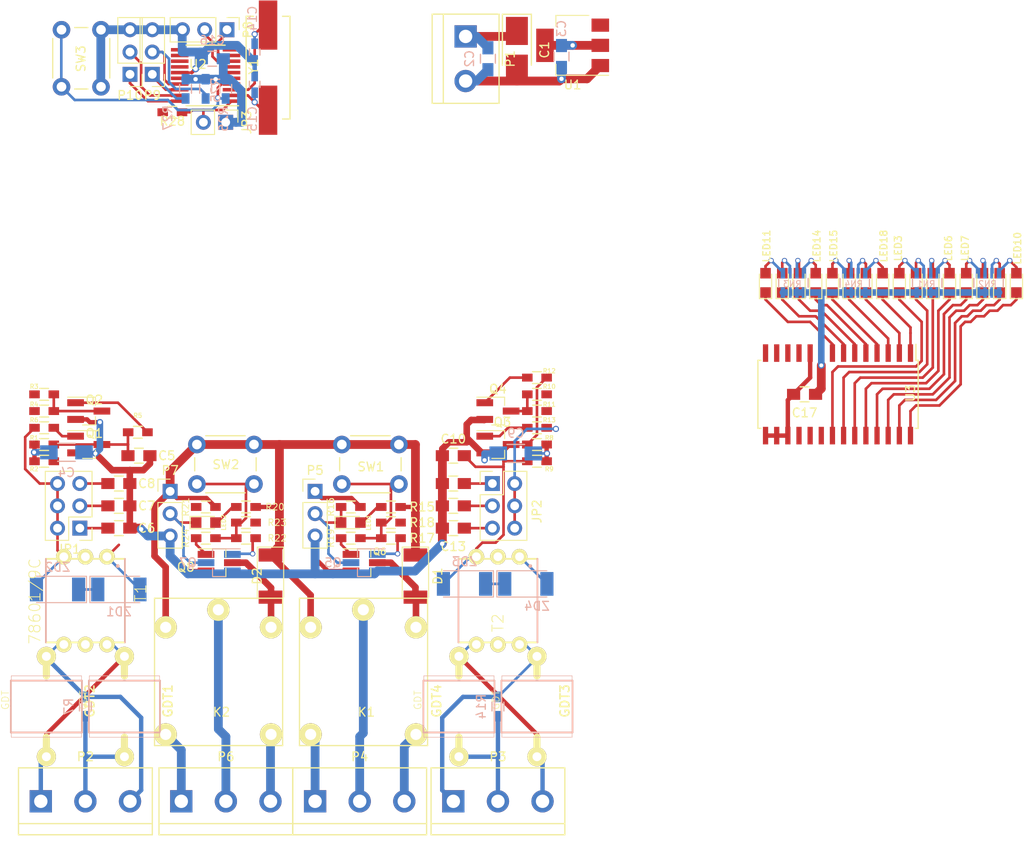
<source format=kicad_pcb>
(kicad_pcb (version 4) (host pcbnew 4.0.5-e0-6337~52~ubuntu16.10.1)
  (layers (0 F.Cu signal) (31 B.Cu signal) (34 B.Paste user) (35 F.Paste user) (36 B.SilkS user) (37 F.SilkS user) (38 B.Mask user) (39 F.Mask user) (44 Edge.Cuts user))
  (net 0 "")
  (net 1 +5V)
  (net 2 GND)
  (net 3 +3V3)
  (net 4 "Net-(C5-Pad1)")
  (net 5 "Net-(C6-Pad1)")
  (net 6 "Net-(C7-Pad1)")
  (net 7 "Net-(C8-Pad1)")
  (net 8 "Net-(C10-Pad1)")
  (net 9 "Net-(C11-Pad1)")
  (net 10 "Net-(C12-Pad1)")
  (net 11 "Net-(C13-Pad1)")
  (net 12 "Net-(C14-Pad1)")
  (net 13 "Net-(C15-Pad1)")
  (net 14 "Net-(D1-Pad2)")
  (net 15 "Net-(D2-Pad2)")
  (net 16 "Net-(GDT1-Pad1)")
  (net 17 "Net-(GDT1-Pad2)")
  (net 18 "Net-(GDT3-Pad1)")
  (net 19 "Net-(GDT3-Pad2)")
  (net 20 "Net-(JP1-Pad2)")
  (net 21 "Net-(JP2-Pad2)")
  (net 22 "Net-(JP3-Pad2)")
  (net 23 "Net-(K1-Pad3)")
  (net 24 "Net-(K1-Pad4)")
  (net 25 "Net-(K1-Pad5)")
  (net 26 "Net-(K2-Pad3)")
  (net 27 "Net-(K2-Pad4)")
  (net 28 "Net-(K2-Pad5)")
  (net 29 "Net-(LED1-Pad2)")
  (net 30 "Net-(LED1-Pad1)")
  (net 31 "Net-(LED2-Pad2)")
  (net 32 "Net-(LED2-Pad1)")
  (net 33 "Net-(LED3-Pad2)")
  (net 34 "Net-(LED3-Pad1)")
  (net 35 "Net-(LED4-Pad2)")
  (net 36 "Net-(LED4-Pad1)")
  (net 37 "Net-(LED5-Pad2)")
  (net 38 "Net-(LED5-Pad1)")
  (net 39 "Net-(LED6-Pad2)")
  (net 40 "Net-(LED6-Pad1)")
  (net 41 "Net-(LED7-Pad2)")
  (net 42 "Net-(LED7-Pad1)")
  (net 43 "Net-(LED8-Pad2)")
  (net 44 "Net-(LED8-Pad1)")
  (net 45 "Net-(LED9-Pad2)")
  (net 46 "Net-(LED9-Pad1)")
  (net 47 "Net-(LED10-Pad2)")
  (net 48 "Net-(LED10-Pad1)")
  (net 49 "Net-(LED11-Pad2)")
  (net 50 "Net-(LED11-Pad1)")
  (net 51 "Net-(LED12-Pad2)")
  (net 52 "Net-(LED12-Pad1)")
  (net 53 "Net-(LED13-Pad2)")
  (net 54 "Net-(LED13-Pad1)")
  (net 55 "Net-(LED14-Pad2)")
  (net 56 "Net-(LED14-Pad1)")
  (net 57 "Net-(LED15-Pad2)")
  (net 58 "Net-(LED15-Pad1)")
  (net 59 "Net-(LED16-Pad2)")
  (net 60 "Net-(LED16-Pad1)")
  (net 61 "Net-(LED17-Pad2)")
  (net 62 "Net-(LED17-Pad1)")
  (net 63 "Net-(LED18-Pad2)")
  (net 64 "Net-(LED18-Pad1)")
  (net 65 /MCU/scl)
  (net 66 /MCU/sda)
  (net 67 "Net-(Q1-Pad1)")
  (net 68 "Net-(Q2-Pad1)")
  (net 69 "Net-(Q2-Pad3)")
  (net 70 "Net-(Q3-Pad1)")
  (net 71 "Net-(Q4-Pad1)")
  (net 72 "Net-(Q4-Pad3)")
  (net 73 "Net-(Q5-Pad1)")
  (net 74 "Net-(Q6-Pad1)")
  (net 75 "Net-(Q7-Pad1)")
  (net 76 "Net-(Q8-Pad1)")
  (net 77 /MCU/osc1)
  (net 78 /colpitts/osc1)
  (net 79 "Net-(R17-Pad2)")
  (net 80 /outputs/active1)
  (net 81 "Net-(R22-Pad2)")
  (net 82 /MCU/active1)
  (net 83 /MCU/reset)
  (net 84 "Net-(ZD1-Pad1)")
  (net 85 "Net-(ZD3-Pad1)")
  (net 86 "Net-(GDT4-Pad2)")
  (net 87 /MCU/TXD)
  (net 88 /MCU/RXD)
  (net 89 /MCU/SWC)
  (net 90 /MCU/SWD)
  (net 91 "Net-(GDT2-Pad1)")
  (module Buttons_Switches_THT:SW_PUSH_6mm (layer F.Cu) (at 72.39 116.84)
    (fp_text reference SW1 (at 3.302 2.54) (layer F.SilkS))
    (fp_text value TACTILE_SW hide)
    (pad 2 thru_hole circle (at 0 4.5 90) (size 2 2) (drill 1.1) (layers *.Cu *.Mask) (net 79 "Net-(R17-Pad2)"))
    (pad 1 thru_hole circle (at 0 0 90) (size 2 2) (drill 1.1) (layers *.Cu *.Mask) (net 1 +5V))
    (pad 2 thru_hole circle (at 6.5 4.5 90) (size 2 2) (drill 1.1) (layers *.Cu *.Mask) (net 79 "Net-(R17-Pad2)"))
    (pad 1 thru_hole circle (at 6.5 0 90) (size 2 2) (drill 1.1) (layers *.Cu *.Mask) (net 1 +5V))
  )
  (module murata_pwr:78601_9C (layer F.Cu) (at 43.18 134.62 270)
    (fp_text reference T1 (at -0.83566 -6.29666 270) (layer F.SilkS) (effects (font (size 1.27 1.27) (thickness 0.1016))))
    (fp_text value 78601/9C (at 0.0762 5.76072 270) (layer F.SilkS) (effects (font (size 1.27 1.27) (thickness 0.1016))))
    (pad 1 thru_hole circle (at -4.99872 -2.45872 270) (size 1.778 1.778) (drill 0.99822) (layers *.Cu F.Paste F.SilkS F.Mask) (net 4 "Net-(C5-Pad1)"))
    (pad 2 thru_hole circle (at -4.99872 0 270) (size 1.778 1.778) (drill 0.99822) (layers *.Cu F.Paste F.SilkS F.Mask))
    (pad 3 thru_hole circle (at -4.99872 2.45872 270) (size 1.778 1.778) (drill 0.99822) (layers *.Cu F.Paste F.SilkS F.Mask) (net 20 "Net-(JP1-Pad2)"))
    (pad 4 thru_hole circle (at 4.99872 2.45872 270) (size 1.778 1.778) (drill 0.99822) (layers *.Cu F.Paste F.SilkS F.Mask) (net 91 "Net-(GDT2-Pad1)"))
    (pad 5 thru_hole circle (at 4.99872 0 270) (size 1.778 1.778) (drill 0.99822) (layers *.Cu F.Paste F.SilkS F.Mask))
    (pad 6 thru_hole circle (at 4.99872 -2.45872 270) (size 1.778 1.778) (drill 0.99822) (layers *.Cu F.Paste F.SilkS F.Mask) (net 16 "Net-(GDT1-Pad1)"))
  )
  (module TO_SOT_Packages_SMD:SOT-23_Handsoldering (layer F.Cu) (at 90.17 116.84)
    (fp_text reference Q3 (at 0.508 -2.54) (layer F.SilkS))
    (fp_text value BSS138 hide)
    (pad 1 smd rect (at -1.5 -0.95) (size 1.9 0.8) (layers F.Cu F.Paste F.Mask) (net 70 "Net-(Q3-Pad1)"))
    (pad 2 smd rect (at -1.5 0.95) (size 1.9 0.8) (layers F.Cu F.Paste F.Mask) (net 2 GND))
    (pad 3 smd rect (at 1.5 0) (size 1.9 0.8) (layers F.Cu F.Paste F.Mask) (net 8 "Net-(C10-Pad1)"))
  )
  (module Capacitors_Tantalum_SMD:Tantalum_Case-B_EIA-3528-21_Hand (layer F.Cu) (at 92.329 71.882 270)
    (fp_text reference C1 (at 0 -3.15 270) (layer F.SilkS))
    (fp_text value 10u)
    (pad 1 smd rect (at -2.15 0 270) (size 3.2 2.5) (layers F.Cu F.Paste F.Mask) (net 1 +5V))
    (pad 2 smd rect (at 2.15 0 270) (size 3.2 2.5) (layers F.Cu F.Paste F.Mask) (net 2 GND))
  )
  (module Capacitors_SMD:C_0805_HandSoldering (layer B.Cu) (at 89.027 72.898 270)
    (fp_text reference C2 (at 0 2.1 270) (layer B.SilkS) (effects (justify mirror)))
    (fp_text value 100n)
    (pad 1 smd rect (at -1.25 0 270) (size 1.5 1.25) (layers B.Cu B.Paste B.Mask) (net 1 +5V))
    (pad 2 smd rect (at 1.25 0 270) (size 1.5 1.25) (layers B.Cu B.Paste B.Mask) (net 2 GND))
  )
  (module Capacitors_SMD:C_0805_HandSoldering (layer B.Cu) (at 97.409 72.644 270)
    (fp_text reference C3 (at -3.175 0 270) (layer B.SilkS) (effects (justify mirror)))
    (fp_text value 100n hide)
    (pad 1 smd rect (at -1.25 0 270) (size 1.5 1.25) (layers B.Cu B.Paste B.Mask) (net 3 +3V3))
    (pad 2 smd rect (at 1.25 0 270) (size 1.5 1.25) (layers B.Cu B.Paste B.Mask) (net 2 GND))
  )
  (module Capacitors_SMD:C_1206_HandSoldering (layer B.Cu) (at 41.021 117.729)
    (fp_text reference C4 (at 0 2.3) (layer B.SilkS) (effects (justify mirror)))
    (fp_text value 1u hide)
    (pad 1 smd rect (at -2 0) (size 2 1.6) (layers B.Cu B.Paste B.Mask) (net 1 +5V))
    (pad 2 smd rect (at 2 0) (size 2 1.6) (layers B.Cu B.Paste B.Mask) (net 2 GND))
  )
  (module Capacitors_SMD:C_0805_HandSoldering (layer F.Cu) (at 49.276 118.11)
    (fp_text reference C5 (at 3.175 0) (layer F.SilkS))
    (fp_text value 100n hide)
    (pad 1 smd rect (at -1.25 0) (size 1.5 1.25) (layers F.Cu F.Paste F.Mask) (net 4 "Net-(C5-Pad1)"))
    (pad 2 smd rect (at 1.25 0) (size 1.5 1.25) (layers F.Cu F.Paste F.Mask) (net 2 GND))
  )
  (module Capacitors_SMD:C_0805_HandSoldering (layer F.Cu) (at 46.99 126.365)
    (fp_text reference C6 (at 3.175 0) (layer F.SilkS))
    (fp_text value 47n hide)
    (pad 1 smd rect (at -1.25 0) (size 1.5 1.25) (layers F.Cu F.Paste F.Mask) (net 5 "Net-(C6-Pad1)"))
    (pad 2 smd rect (at 1.25 0) (size 1.5 1.25) (layers F.Cu F.Paste F.Mask) (net 2 GND))
  )
  (module Capacitors_SMD:C_0805_HandSoldering (layer F.Cu) (at 46.99 123.825)
    (fp_text reference C7 (at 3.175 0) (layer F.SilkS))
    (fp_text value 33n hide)
    (pad 1 smd rect (at -1.25 0) (size 1.5 1.25) (layers F.Cu F.Paste F.Mask) (net 6 "Net-(C7-Pad1)"))
    (pad 2 smd rect (at 1.25 0) (size 1.5 1.25) (layers F.Cu F.Paste F.Mask) (net 2 GND))
  )
  (module Capacitors_SMD:C_0805_HandSoldering (layer F.Cu) (at 46.99 121.285)
    (fp_text reference C8 (at 3.175 0) (layer F.SilkS))
    (fp_text value 22n hide)
    (pad 1 smd rect (at -1.25 0) (size 1.5 1.25) (layers F.Cu F.Paste F.Mask) (net 7 "Net-(C8-Pad1)"))
    (pad 2 smd rect (at 1.25 0) (size 1.5 1.25) (layers F.Cu F.Paste F.Mask) (net 2 GND))
  )
  (module Capacitors_SMD:C_1206_HandSoldering (layer B.Cu) (at 92.202 117.856 180)
    (fp_text reference C9 (at 0 2.3 180) (layer B.SilkS) (effects (justify mirror)))
    (fp_text value 1u)
    (pad 1 smd rect (at -2 0 180) (size 2 1.6) (layers B.Cu B.Paste B.Mask) (net 1 +5V))
    (pad 2 smd rect (at 2 0 180) (size 2 1.6) (layers B.Cu B.Paste B.Mask) (net 2 GND))
  )
  (module Capacitors_SMD:C_0805_HandSoldering (layer F.Cu) (at 85.09 118.11 180)
    (fp_text reference C10 (at 0 1.905 180) (layer F.SilkS))
    (fp_text value 100n hide)
    (pad 1 smd rect (at -1.25 0 180) (size 1.5 1.25) (layers F.Cu F.Paste F.Mask) (net 8 "Net-(C10-Pad1)"))
    (pad 2 smd rect (at 1.25 0 180) (size 1.5 1.25) (layers F.Cu F.Paste F.Mask) (net 2 GND))
  )
  (module Capacitors_SMD:C_0805_HandSoldering (layer F.Cu) (at 85.09 121.285 180)
    (fp_text reference C11 hide)
    (fp_text value 47n hide)
    (pad 1 smd rect (at -1.25 0 180) (size 1.5 1.25) (layers F.Cu F.Paste F.Mask) (net 9 "Net-(C11-Pad1)"))
    (pad 2 smd rect (at 1.25 0 180) (size 1.5 1.25) (layers F.Cu F.Paste F.Mask) (net 2 GND))
  )
  (module Capacitors_SMD:C_0805_HandSoldering (layer F.Cu) (at 85.09 123.825 180)
    (fp_text reference C12 hide)
    (fp_text value 33n hide)
    (pad 1 smd rect (at -1.25 0 180) (size 1.5 1.25) (layers F.Cu F.Paste F.Mask) (net 10 "Net-(C12-Pad1)"))
    (pad 2 smd rect (at 1.25 0 180) (size 1.5 1.25) (layers F.Cu F.Paste F.Mask) (net 2 GND))
  )
  (module Capacitors_SMD:C_0805_HandSoldering (layer F.Cu) (at 85.09 126.365 180)
    (fp_text reference C13 (at 0 -2.1 180) (layer F.SilkS))
    (fp_text value 22n hide)
    (pad 1 smd rect (at -1.25 0 180) (size 1.5 1.25) (layers F.Cu F.Paste F.Mask) (net 11 "Net-(C13-Pad1)"))
    (pad 2 smd rect (at 1.25 0 180) (size 1.5 1.25) (layers F.Cu F.Paste F.Mask) (net 2 GND))
  )
  (module Capacitors_SMD:C_0603_HandSoldering (layer B.Cu) (at 62.461 72.136 270)
    (fp_text reference C14 (at -3.81 0.254 270) (layer B.SilkS) (effects (justify mirror)))
    (fp_text value 22p hide)
    (pad 1 smd rect (at -0.95 0 270) (size 1.2 0.75) (layers B.Cu B.Paste B.Mask) (net 12 "Net-(C14-Pad1)"))
    (pad 2 smd rect (at 0.95 0 270) (size 1.2 0.75) (layers B.Cu B.Paste B.Mask) (net 2 GND))
  )
  (module Capacitors_SMD:C_0603_HandSoldering (layer B.Cu) (at 62.461 75.819 90)
    (fp_text reference C15 (at -3.937 -0.254 90) (layer B.SilkS) (effects (justify mirror)))
    (fp_text value 22p hide)
    (pad 1 smd rect (at -0.95 0 90) (size 1.2 0.75) (layers B.Cu B.Paste B.Mask) (net 13 "Net-(C15-Pad1)"))
    (pad 2 smd rect (at 0.95 0 90) (size 1.2 0.75) (layers B.Cu B.Paste B.Mask) (net 2 GND))
  )
  (module Capacitors_SMD:C_0805_HandSoldering (layer B.Cu) (at 57.635 72.898 180)
    (fp_text reference C16 (at 0 2.1 180) (layer B.SilkS) (effects (justify mirror)))
    (fp_text value 100n hide)
    (pad 1 smd rect (at -1.25 0 180) (size 1.5 1.25) (layers B.Cu B.Paste B.Mask) (net 3 +3V3))
    (pad 2 smd rect (at 1.25 0 180) (size 1.5 1.25) (layers B.Cu B.Paste B.Mask) (net 2 GND))
  )
  (module Capacitors_SMD:C_0805_HandSoldering (layer F.Cu) (at 125.095 111.125 180)
    (fp_text reference C17 (at 0 -2.1 180) (layer F.SilkS))
    (fp_text value 100n hide)
    (pad 1 smd rect (at -1.25 0 180) (size 1.5 1.25) (layers F.Cu F.Paste F.Mask) (net 1 +5V))
    (pad 2 smd rect (at 1.25 0 180) (size 1.5 1.25) (layers F.Cu F.Paste F.Mask) (net 2 GND))
  )
  (module Diodes_SMD:MELF_Standard (layer F.Cu) (at 80.772 131.826 270)
    (fp_text reference D1 (at 0 -2.54 270) (layer F.SilkS))
    (fp_text value D_Small hide)
    (pad 1 smd rect (at -2.4 0 270) (size 1.5 2.7) (layers F.Cu F.Paste F.Mask) (net 1 +5V))
    (pad 2 smd rect (at 2.4 0 270) (size 1.5 2.7) (layers F.Cu F.Paste F.Mask) (net 14 "Net-(D1-Pad2)"))
  )
  (module Diodes_SMD:MELF_Standard (layer F.Cu) (at 64.262 131.826 270)
    (fp_text reference D2 (at 0 1.524 270) (layer F.SilkS))
    (fp_text value D_Small hide)
    (pad 1 smd rect (at -2.4 0 270) (size 1.5 2.7) (layers F.Cu F.Paste F.Mask) (net 1 +5V))
    (pad 2 smd rect (at 2.4 0 270) (size 1.5 2.7) (layers F.Cu F.Paste F.Mask) (net 15 "Net-(D2-Pad2)"))
  )
  (module gdt:CG5350L (layer F.Cu) (at 47.625 146.685 270)
    (fp_text reference GDT1 (at -0.635 -4.953 270) (layer F.SilkS) (effects (font (size 1.016 1.016) (thickness 0.1778))))
    (fp_text value GDT (at -0.7366 4.6736 270) (layer F.SilkS) (effects (font (size 0.8128 0.8128) (thickness 0.0762))))
    (pad 1 thru_hole circle (at -5.715 0 270) (size 2.18186 2.18186) (drill 1.016) (layers *.Cu F.Paste F.SilkS F.Mask) (net 16 "Net-(GDT1-Pad1)"))
    (pad 2 thru_hole circle (at 5.715 0 270) (size 2.18186 2.18186) (drill 1.016) (layers *.Cu F.Paste F.SilkS F.Mask) (net 17 "Net-(GDT1-Pad2)"))
  )
  (module gdt:CG5350L (layer F.Cu) (at 38.735 146.685 270)
    (fp_text reference GDT2 (at -0.635 -4.953 270) (layer F.SilkS) (effects (font (size 1.016 1.016) (thickness 0.1778))))
    (fp_text value GDT (at -0.7366 4.6736 270) (layer F.SilkS) (effects (font (size 0.8128 0.8128) (thickness 0.0762))))
    (pad 1 thru_hole circle (at -5.715 0 270) (size 2.18186 2.18186) (drill 1.016) (layers *.Cu F.Paste F.SilkS F.Mask) (net 91 "Net-(GDT2-Pad1)"))
    (pad 2 thru_hole circle (at 5.715 0 270) (size 2.18186 2.18186) (drill 1.016) (layers *.Cu F.Paste F.SilkS F.Mask) (net 16 "Net-(GDT1-Pad1)"))
  )
  (module gdt:CG5350L (layer F.Cu) (at 94.615 146.685 270)
    (fp_text reference GDT3 (at -0.635 -3.175 270) (layer F.SilkS) (effects (font (size 1.016 1.016) (thickness 0.1778))))
    (fp_text value GDT (at -0.7366 4.6736 270) (layer F.SilkS) (effects (font (size 0.8128 0.8128) (thickness 0.0762))))
    (pad 1 thru_hole circle (at -5.715 0 270) (size 2.18186 2.18186) (drill 1.016) (layers *.Cu F.Paste F.SilkS F.Mask) (net 18 "Net-(GDT3-Pad1)"))
    (pad 2 thru_hole circle (at 5.715 0 270) (size 2.18186 2.18186) (drill 1.016) (layers *.Cu F.Paste F.SilkS F.Mask) (net 19 "Net-(GDT3-Pad2)"))
  )
  (module gdt:CG5350L (layer F.Cu) (at 85.725 146.685 270)
    (fp_text reference GDT4 (at -0.635 2.54 270) (layer F.SilkS) (effects (font (size 1.016 1.016) (thickness 0.1778))))
    (fp_text value GDT (at -0.7366 4.6736 270) (layer F.SilkS) (effects (font (size 0.8128 0.8128) (thickness 0.0762))))
    (pad 1 thru_hole circle (at -5.715 0 270) (size 2.18186 2.18186) (drill 1.016) (layers *.Cu F.Paste F.SilkS F.Mask) (net 19 "Net-(GDT3-Pad2)"))
    (pad 2 thru_hole circle (at 5.715 0 270) (size 2.18186 2.18186) (drill 1.016) (layers *.Cu F.Paste F.SilkS F.Mask) (net 86 "Net-(GDT4-Pad2)"))
  )
  (module Pin_Headers:Pin_Header_Straight_2x03_Pitch2.54mm (layer F.Cu) (at 42.545 126.365 180)
    (fp_text reference JP1 (at 1.27 -2.39 180) (layer F.SilkS))
    (fp_text value JP3x2 hide)
    (pad 1 thru_hole rect (at 0 0 180) (size 1.7 1.7) (drill 1) (layers *.Cu *.Mask) (net 5 "Net-(C6-Pad1)"))
    (pad 2 thru_hole oval (at 2.54 0 180) (size 1.7 1.7) (drill 1) (layers *.Cu *.Mask) (net 20 "Net-(JP1-Pad2)"))
    (pad 3 thru_hole oval (at 0 2.54 180) (size 1.7 1.7) (drill 1) (layers *.Cu *.Mask) (net 6 "Net-(C7-Pad1)"))
    (pad 4 thru_hole oval (at 2.54 2.54 180) (size 1.7 1.7) (drill 1) (layers *.Cu *.Mask) (net 20 "Net-(JP1-Pad2)"))
    (pad 5 thru_hole oval (at 0 5.08 180) (size 1.7 1.7) (drill 1) (layers *.Cu *.Mask) (net 7 "Net-(C8-Pad1)"))
    (pad 6 thru_hole oval (at 2.54 5.08 180) (size 1.7 1.7) (drill 1) (layers *.Cu *.Mask) (net 20 "Net-(JP1-Pad2)"))
  )
  (module Pin_Headers:Pin_Header_Straight_2x03_Pitch2.54mm (layer F.Cu) (at 89.535 121.285)
    (fp_text reference JP2 (at 5.08 3.175 90) (layer F.SilkS))
    (fp_text value JP3x2 hide)
    (pad 1 thru_hole rect (at 0 0) (size 1.7 1.7) (drill 1) (layers *.Cu *.Mask) (net 9 "Net-(C11-Pad1)"))
    (pad 2 thru_hole oval (at 2.54 0) (size 1.7 1.7) (drill 1) (layers *.Cu *.Mask) (net 21 "Net-(JP2-Pad2)"))
    (pad 3 thru_hole oval (at 0 2.54) (size 1.7 1.7) (drill 1) (layers *.Cu *.Mask) (net 10 "Net-(C12-Pad1)"))
    (pad 4 thru_hole oval (at 2.54 2.54) (size 1.7 1.7) (drill 1) (layers *.Cu *.Mask) (net 21 "Net-(JP2-Pad2)"))
    (pad 5 thru_hole oval (at 0 5.08) (size 1.7 1.7) (drill 1) (layers *.Cu *.Mask) (net 11 "Net-(C13-Pad1)"))
    (pad 6 thru_hole oval (at 2.54 5.08) (size 1.7 1.7) (drill 1) (layers *.Cu *.Mask) (net 21 "Net-(JP2-Pad2)"))
  )
  (module LEDs:LED_0805 (layer F.Cu) (at 73.406 125.73)
    (fp_text reference LED1 (at 2.032 0 90) (layer F.SilkS) (effects (font (size 0.5 0.5) (thickness 0.1))))
    (fp_text value LED_Small hide)
    (pad 2 smd rect (at 1.1 0 180) (size 1.2 1.2) (layers F.Cu F.Paste F.Mask) (net 29 "Net-(LED1-Pad2)"))
    (pad 1 smd rect (at -1.1 0 180) (size 1.2 1.2) (layers F.Cu F.Paste F.Mask) (net 30 "Net-(LED1-Pad1)"))
  )
  (module LEDs:LED_0805 (layer F.Cu) (at 56.896 125.73)
    (fp_text reference LED2 (at 2.032 0 90) (layer F.SilkS) (effects (font (size 0.5 0.5) (thickness 0.1))))
    (fp_text value LED_Small hide)
    (pad 2 smd rect (at 1.1 0 180) (size 1.2 1.2) (layers F.Cu F.Paste F.Mask) (net 31 "Net-(LED2-Pad2)"))
    (pad 1 smd rect (at -1.1 0 180) (size 1.2 1.2) (layers F.Cu F.Paste F.Mask) (net 32 "Net-(LED2-Pad1)"))
  )
  (module LEDs:LED_0805 (layer F.Cu) (at 135.89 98.425 90)
    (fp_text reference LED3 (at 3.937 -0.127 90) (layer F.SilkS) (effects (font (size 0.8 0.8))))
    (fp_text value LED_Small hide)
    (pad 2 smd rect (at 1.1 0 270) (size 1.2 1.2) (layers F.Cu F.Paste F.Mask) (net 33 "Net-(LED3-Pad2)"))
    (pad 1 smd rect (at -1.1 0 270) (size 1.2 1.2) (layers F.Cu F.Paste F.Mask) (net 34 "Net-(LED3-Pad1)"))
  )
  (module LEDs:LED_0805 (layer F.Cu) (at 137.795 98.425 90)
    (fp_text reference LED4 hide)
    (fp_text value LED_Small hide)
    (pad 2 smd rect (at 1.1 0 270) (size 1.2 1.2) (layers F.Cu F.Paste F.Mask) (net 35 "Net-(LED4-Pad2)"))
    (pad 1 smd rect (at -1.1 0 270) (size 1.2 1.2) (layers F.Cu F.Paste F.Mask) (net 36 "Net-(LED4-Pad1)"))
  )
  (module LEDs:LED_0805 (layer F.Cu) (at 139.7 98.425 90)
    (fp_text reference LED5 hide)
    (fp_text value LED_Small hide)
    (pad 2 smd rect (at 1.1 0 270) (size 1.2 1.2) (layers F.Cu F.Paste F.Mask) (net 37 "Net-(LED5-Pad2)"))
    (pad 1 smd rect (at -1.1 0 270) (size 1.2 1.2) (layers F.Cu F.Paste F.Mask) (net 38 "Net-(LED5-Pad1)"))
  )
  (module LEDs:LED_0805 (layer F.Cu) (at 141.605 98.425 90)
    (fp_text reference LED6 (at 3.937 -0.127 90) (layer F.SilkS) (effects (font (size 0.8 0.8))))
    (fp_text value LED_Small hide)
    (pad 2 smd rect (at 1.1 0 270) (size 1.2 1.2) (layers F.Cu F.Paste F.Mask) (net 39 "Net-(LED6-Pad2)"))
    (pad 1 smd rect (at -1.1 0 270) (size 1.2 1.2) (layers F.Cu F.Paste F.Mask) (net 40 "Net-(LED6-Pad1)"))
  )
  (module LEDs:LED_0805 (layer F.Cu) (at 143.51 98.425 90)
    (fp_text reference LED7 (at 3.937 -0.127 90) (layer F.SilkS) (effects (font (size 0.8 0.8))))
    (fp_text value LED_Small hide)
    (pad 2 smd rect (at 1.1 0 270) (size 1.2 1.2) (layers F.Cu F.Paste F.Mask) (net 41 "Net-(LED7-Pad2)"))
    (pad 1 smd rect (at -1.1 0 270) (size 1.2 1.2) (layers F.Cu F.Paste F.Mask) (net 42 "Net-(LED7-Pad1)"))
  )
  (module LEDs:LED_0805 (layer F.Cu) (at 145.415 98.425 90)
    (fp_text reference LED8 hide)
    (fp_text value LED_Small hide)
    (pad 2 smd rect (at 1.1 0 270) (size 1.2 1.2) (layers F.Cu F.Paste F.Mask) (net 43 "Net-(LED8-Pad2)"))
    (pad 1 smd rect (at -1.1 0 270) (size 1.2 1.2) (layers F.Cu F.Paste F.Mask) (net 44 "Net-(LED8-Pad1)"))
  )
  (module LEDs:LED_0805 (layer F.Cu) (at 147.32 98.425 90)
    (fp_text reference LED9 hide)
    (fp_text value LED_Small hide)
    (pad 2 smd rect (at 1.1 0 270) (size 1.2 1.2) (layers F.Cu F.Paste F.Mask) (net 45 "Net-(LED9-Pad2)"))
    (pad 1 smd rect (at -1.1 0 270) (size 1.2 1.2) (layers F.Cu F.Paste F.Mask) (net 46 "Net-(LED9-Pad1)"))
  )
  (module LEDs:LED_0805 (layer F.Cu) (at 149.225 98.425 90)
    (fp_text reference LED10 (at 3.937 0.127 90) (layer F.SilkS) (effects (font (size 0.8 0.8))))
    (fp_text value LED_Small hide)
    (pad 2 smd rect (at 1.1 0 270) (size 1.2 1.2) (layers F.Cu F.Paste F.Mask) (net 47 "Net-(LED10-Pad2)"))
    (pad 1 smd rect (at -1.1 0 270) (size 1.2 1.2) (layers F.Cu F.Paste F.Mask) (net 48 "Net-(LED10-Pad1)"))
  )
  (module LEDs:LED_0805 (layer F.Cu) (at 120.65 98.425 90)
    (fp_text reference LED11 (at 4.191 0.127 90) (layer F.SilkS) (effects (font (size 0.8 0.8))))
    (fp_text value LED_Small hide)
    (pad 2 smd rect (at 1.1 0 270) (size 1.2 1.2) (layers F.Cu F.Paste F.Mask) (net 49 "Net-(LED11-Pad2)"))
    (pad 1 smd rect (at -1.1 0 270) (size 1.2 1.2) (layers F.Cu F.Paste F.Mask) (net 50 "Net-(LED11-Pad1)"))
  )
  (module LEDs:LED_0805 (layer F.Cu) (at 122.555 98.425 90)
    (fp_text reference LED12 hide)
    (fp_text value LED_Small hide)
    (pad 2 smd rect (at 1.1 0 270) (size 1.2 1.2) (layers F.Cu F.Paste F.Mask) (net 51 "Net-(LED12-Pad2)"))
    (pad 1 smd rect (at -1.1 0 270) (size 1.2 1.2) (layers F.Cu F.Paste F.Mask) (net 52 "Net-(LED12-Pad1)"))
  )
  (module LEDs:LED_0805 (layer F.Cu) (at 124.46 98.425 90)
    (fp_text reference LED13 hide)
    (fp_text value LED_Small hide)
    (pad 2 smd rect (at 1.1 0 270) (size 1.2 1.2) (layers F.Cu F.Paste F.Mask) (net 53 "Net-(LED13-Pad2)"))
    (pad 1 smd rect (at -1.1 0 270) (size 1.2 1.2) (layers F.Cu F.Paste F.Mask) (net 54 "Net-(LED13-Pad1)"))
  )
  (module LEDs:LED_0805 (layer F.Cu) (at 126.365 98.425 90)
    (fp_text reference LED14 (at 4.191 0.127 90) (layer F.SilkS) (effects (font (size 0.8 0.8))))
    (fp_text value LED_Small hide)
    (pad 2 smd rect (at 1.1 0 270) (size 1.2 1.2) (layers F.Cu F.Paste F.Mask) (net 55 "Net-(LED14-Pad2)"))
    (pad 1 smd rect (at -1.1 0 270) (size 1.2 1.2) (layers F.Cu F.Paste F.Mask) (net 56 "Net-(LED14-Pad1)"))
  )
  (module LEDs:LED_0805 (layer F.Cu) (at 128.27 98.425 90)
    (fp_text reference LED15 (at 4.191 0.127 90) (layer F.SilkS) (effects (font (size 0.8 0.8))))
    (fp_text value LED_Small hide)
    (pad 2 smd rect (at 1.1 0 270) (size 1.2 1.2) (layers F.Cu F.Paste F.Mask) (net 57 "Net-(LED15-Pad2)"))
    (pad 1 smd rect (at -1.1 0 270) (size 1.2 1.2) (layers F.Cu F.Paste F.Mask) (net 58 "Net-(LED15-Pad1)"))
  )
  (module LEDs:LED_0805 (layer F.Cu) (at 130.175 98.425 90)
    (fp_text reference LED16 hide)
    (fp_text value LED_Small hide)
    (pad 2 smd rect (at 1.1 0 270) (size 1.2 1.2) (layers F.Cu F.Paste F.Mask) (net 59 "Net-(LED16-Pad2)"))
    (pad 1 smd rect (at -1.1 0 270) (size 1.2 1.2) (layers F.Cu F.Paste F.Mask) (net 60 "Net-(LED16-Pad1)"))
  )
  (module LEDs:LED_0805 (layer F.Cu) (at 132.08 98.425 90)
    (fp_text reference LED17 hide)
    (fp_text value LED_Small hide)
    (pad 2 smd rect (at 1.1 0 270) (size 1.2 1.2) (layers F.Cu F.Paste F.Mask) (net 61 "Net-(LED17-Pad2)"))
    (pad 1 smd rect (at -1.1 0 270) (size 1.2 1.2) (layers F.Cu F.Paste F.Mask) (net 62 "Net-(LED17-Pad1)"))
  )
  (module LEDs:LED_0805 (layer F.Cu) (at 133.985 98.425 90)
    (fp_text reference LED18 (at 4.191 0.127 90) (layer F.SilkS) (effects (font (size 0.8 0.8))))
    (fp_text value LED_Small hide)
    (pad 2 smd rect (at 1.1 0 270) (size 1.2 1.2) (layers F.Cu F.Paste F.Mask) (net 63 "Net-(LED18-Pad2)"))
    (pad 1 smd rect (at -1.1 0 270) (size 1.2 1.2) (layers F.Cu F.Paste F.Mask) (net 64 "Net-(LED18-Pad1)"))
  )
  (module Connectors:bornier2 (layer F.Cu) (at 86.487 72.898 270)
    (fp_text reference P1 (at 0 -5.08 270) (layer F.SilkS))
    (fp_text value 5VIN)
    (pad 1 thru_hole rect (at -2.54 0 270) (size 2.54 2.54) (drill 1.524) (layers *.Cu *.Mask) (net 1 +5V))
    (pad 2 thru_hole circle (at 2.54 0 270) (size 2.54 2.54) (drill 1.524) (layers *.Cu *.Mask) (net 2 GND))
  )
  (module Connectors:bornier3 (layer F.Cu) (at 43.18 157.48)
    (fp_text reference P2 (at 0 -5.08) (layer F.SilkS))
    (fp_text value LOOP1)
    (pad 1 thru_hole rect (at -5.08 0) (size 2.54 2.54) (drill 1.524) (layers *.Cu *.Mask) (net 16 "Net-(GDT1-Pad1)"))
    (pad 2 thru_hole circle (at 0 0) (size 2.54 2.54) (drill 1.524) (layers *.Cu *.Mask) (net 17 "Net-(GDT1-Pad2)"))
    (pad 3 thru_hole circle (at 5.08 0) (size 2.54 2.54) (drill 1.524) (layers *.Cu *.Mask) (net 91 "Net-(GDT2-Pad1)"))
  )
  (module Connectors:bornier3 (layer F.Cu) (at 90.17 157.48)
    (fp_text reference P3 (at 0 -5.08) (layer F.SilkS))
    (fp_text value LOOP2)
    (pad 1 thru_hole rect (at -5.08 0) (size 2.54 2.54) (drill 1.524) (layers *.Cu *.Mask) (net 18 "Net-(GDT3-Pad1)"))
    (pad 2 thru_hole circle (at 0 0) (size 2.54 2.54) (drill 1.524) (layers *.Cu *.Mask) (net 86 "Net-(GDT4-Pad2)"))
    (pad 3 thru_hole circle (at 5.08 0) (size 2.54 2.54) (drill 1.524) (layers *.Cu *.Mask) (net 19 "Net-(GDT3-Pad2)"))
  )
  (module Connectors:bornier3 (layer F.Cu) (at 74.422 157.48)
    (fp_text reference P4 (at 0 -5.08) (layer F.SilkS))
    (fp_text value "RELAY OUT 1")
    (pad 1 thru_hole rect (at -5.08 0) (size 2.54 2.54) (drill 1.524) (layers *.Cu *.Mask) (net 23 "Net-(K1-Pad3)"))
    (pad 2 thru_hole circle (at 0 0) (size 2.54 2.54) (drill 1.524) (layers *.Cu *.Mask) (net 25 "Net-(K1-Pad5)"))
    (pad 3 thru_hole circle (at 5.08 0) (size 2.54 2.54) (drill 1.524) (layers *.Cu *.Mask) (net 24 "Net-(K1-Pad4)"))
  )
  (module Connectors:bornier3 (layer F.Cu) (at 59.182 157.48)
    (fp_text reference P6 (at 0 -5.08) (layer F.SilkS))
    (fp_text value "RELAY OUT 2")
    (pad 1 thru_hole rect (at -5.08 0) (size 2.54 2.54) (drill 1.524) (layers *.Cu *.Mask) (net 26 "Net-(K2-Pad3)"))
    (pad 2 thru_hole circle (at 0 0) (size 2.54 2.54) (drill 1.524) (layers *.Cu *.Mask) (net 28 "Net-(K2-Pad5)"))
    (pad 3 thru_hole circle (at 5.08 0) (size 2.54 2.54) (drill 1.524) (layers *.Cu *.Mask) (net 27 "Net-(K2-Pad4)"))
  )
  (module Pin_Headers:Pin_Header_Straight_1x03_Pitch2.54mm (layer F.Cu) (at 59.309 69.596 270)
    (fp_text reference P8 (at 0 -2.39 270) (layer F.SilkS))
    (fp_text value UART)
    (pad 1 thru_hole rect (at 0 0 270) (size 1.7 1.7) (drill 1) (layers *.Cu *.Mask) (net 88 /MCU/RXD))
    (pad 2 thru_hole oval (at 0 2.54 270) (size 1.7 1.7) (drill 1) (layers *.Cu *.Mask) (net 87 /MCU/TXD))
    (pad 3 thru_hole oval (at 0 5.08 270) (size 1.7 1.7) (drill 1) (layers *.Cu *.Mask) (net 2 GND))
  )
  (module Pin_Headers:Pin_Header_Straight_1x03_Pitch2.54mm (layer F.Cu) (at 50.8 74.676 180)
    (fp_text reference P9 (at 0 -2.39 180) (layer F.SilkS))
    (fp_text value I2C)
    (pad 1 thru_hole rect (at 0 0 180) (size 1.7 1.7) (drill 1) (layers *.Cu *.Mask) (net 66 /MCU/sda))
    (pad 2 thru_hole oval (at 0 2.54 180) (size 1.7 1.7) (drill 1) (layers *.Cu *.Mask) (net 65 /MCU/scl))
    (pad 3 thru_hole oval (at 0 5.08 180) (size 1.7 1.7) (drill 1) (layers *.Cu *.Mask) (net 2 GND))
  )
  (module Pin_Headers:Pin_Header_Straight_1x03_Pitch2.54mm (layer F.Cu) (at 48.26 74.676 180)
    (fp_text reference P10 (at 0 -2.39 180) (layer F.SilkS))
    (fp_text value SWD)
    (pad 1 thru_hole rect (at 0 0 180) (size 1.7 1.7) (drill 1) (layers *.Cu *.Mask) (net 89 /MCU/SWC))
    (pad 2 thru_hole oval (at 0 2.54 180) (size 1.7 1.7) (drill 1) (layers *.Cu *.Mask) (net 90 /MCU/SWD))
    (pad 3 thru_hole oval (at 0 5.08 180) (size 1.7 1.7) (drill 1) (layers *.Cu *.Mask) (net 2 GND))
  )
  (module Resistors_SMD:R_0603_HandSoldering (layer F.Cu) (at 38.481 116.84)
    (fp_text reference R1 (at -1.143 -0.762) (layer F.SilkS) (effects (font (size 0.5 0.5) (thickness 0.1))))
    (fp_text value 150 hide)
    (pad 1 smd rect (at -1.1 0) (size 1.2 0.9) (layers F.Cu F.Paste F.Mask) (net 1 +5V))
    (pad 2 smd rect (at 1.1 0) (size 1.2 0.9) (layers F.Cu F.Paste F.Mask) (net 4 "Net-(C5-Pad1)"))
  )
  (module Resistors_SMD:R_0603_HandSoldering (layer F.Cu) (at 38.481 118.745)
    (fp_text reference R2 (at -1.143 0.889) (layer F.SilkS) (effects (font (size 0.5 0.5) (thickness 0.1))))
    (fp_text value 150 hide)
    (pad 1 smd rect (at -1.1 0) (size 1.2 0.9) (layers F.Cu F.Paste F.Mask) (net 1 +5V))
    (pad 2 smd rect (at 1.1 0) (size 1.2 0.9) (layers F.Cu F.Paste F.Mask) (net 4 "Net-(C5-Pad1)"))
  )
  (module Resistors_SMD:R_0603_HandSoldering (layer F.Cu) (at 38.481 111.125)
    (fp_text reference R3 (at -1.143 -0.889) (layer F.SilkS) (effects (font (size 0.5 0.5) (thickness 0.1))))
    (fp_text value 1k hide)
    (pad 1 smd rect (at -1.1 0) (size 1.2 0.9) (layers F.Cu F.Paste F.Mask) (net 3 +3V3))
    (pad 2 smd rect (at 1.1 0) (size 1.2 0.9) (layers F.Cu F.Paste F.Mask) (net 69 "Net-(Q2-Pad3)"))
  )
  (module Resistors_SMD:R_0603_HandSoldering (layer F.Cu) (at 38.481 113.03)
    (fp_text reference R4 (at -1.143 -0.762) (layer F.SilkS) (effects (font (size 0.5 0.5) (thickness 0.1))))
    (fp_text value 4.7k hide)
    (pad 1 smd rect (at -1.1 0) (size 1.2 0.9) (layers F.Cu F.Paste F.Mask) (net 77 /MCU/osc1))
    (pad 2 smd rect (at 1.1 0) (size 1.2 0.9) (layers F.Cu F.Paste F.Mask) (net 69 "Net-(Q2-Pad3)"))
  )
  (module Resistors_SMD:R_0603_HandSoldering (layer F.Cu) (at 49.149 115.443)
    (fp_text reference R5 (at 0 -1.9) (layer F.SilkS) (effects (font (size 0.5 0.5) (thickness 0.1))))
    (fp_text value 4.7k)
    (pad 1 smd rect (at -1.1 0) (size 1.2 0.9) (layers F.Cu F.Paste F.Mask) (net 4 "Net-(C5-Pad1)"))
    (pad 2 smd rect (at 1.1 0) (size 1.2 0.9) (layers F.Cu F.Paste F.Mask) (net 68 "Net-(Q2-Pad1)"))
  )
  (module Resistors_SMD:R_0603_HandSoldering (layer F.Cu) (at 38.481 114.935 180)
    (fp_text reference R6 (at 1.143 0.889 180) (layer F.SilkS) (effects (font (size 0.5 0.5) (thickness 0.1))))
    (fp_text value 1k hide)
    (pad 1 smd rect (at -1.1 0 180) (size 1.2 0.9) (layers F.Cu F.Paste F.Mask) (net 67 "Net-(Q1-Pad1)"))
    (pad 2 smd rect (at 1.1 0 180) (size 1.2 0.9) (layers F.Cu F.Paste F.Mask) (net 20 "Net-(JP1-Pad2)"))
  )
  (module Resistors_SMD:R_0603_HandSoldering (layer B.Cu) (at 43.18 146.685 270)
    (fp_text reference R7 (at 0 1.9 270) (layer B.SilkS) (effects (justify mirror)))
    (fp_text value 1.8M)
    (pad 1 smd rect (at -1.1 0 270) (size 1.2 0.9) (layers B.Cu B.Paste B.Mask) (net 91 "Net-(GDT2-Pad1)"))
    (pad 2 smd rect (at 1.1 0 270) (size 1.2 0.9) (layers B.Cu B.Paste B.Mask) (net 17 "Net-(GDT1-Pad2)"))
  )
  (module Resistors_SMD:R_0603_HandSoldering (layer F.Cu) (at 94.615 116.84 180)
    (fp_text reference R8 (at -1.397 0.762 180) (layer F.SilkS) (effects (font (size 0.5 0.5) (thickness 0.1))))
    (fp_text value 150 hide)
    (pad 1 smd rect (at -1.1 0 180) (size 1.2 0.9) (layers F.Cu F.Paste F.Mask) (net 1 +5V))
    (pad 2 smd rect (at 1.1 0 180) (size 1.2 0.9) (layers F.Cu F.Paste F.Mask) (net 8 "Net-(C10-Pad1)"))
  )
  (module Resistors_SMD:R_0603_HandSoldering (layer F.Cu) (at 94.615 118.745 180)
    (fp_text reference R9 (at -1.397 -0.889 180) (layer F.SilkS) (effects (font (size 0.5 0.5) (thickness 0.1))))
    (fp_text value 150 hide)
    (pad 1 smd rect (at -1.1 0 180) (size 1.2 0.9) (layers F.Cu F.Paste F.Mask) (net 1 +5V))
    (pad 2 smd rect (at 1.1 0 180) (size 1.2 0.9) (layers F.Cu F.Paste F.Mask) (net 8 "Net-(C10-Pad1)"))
  )
  (module Resistors_SMD:R_0603_HandSoldering (layer F.Cu) (at 94.615 111.125 180)
    (fp_text reference R10 (at -1.397 0.889 360) (layer F.SilkS) (effects (font (size 0.5 0.5) (thickness 0.1))))
    (fp_text value 1k hide)
    (pad 1 smd rect (at -1.1 0 180) (size 1.2 0.9) (layers F.Cu F.Paste F.Mask) (net 3 +3V3))
    (pad 2 smd rect (at 1.1 0 180) (size 1.2 0.9) (layers F.Cu F.Paste F.Mask) (net 72 "Net-(Q4-Pad3)"))
  )
  (module Resistors_SMD:R_0603_HandSoldering (layer F.Cu) (at 94.615 113.03 180)
    (fp_text reference R11 (at -1.397 0.762 360) (layer F.SilkS) (effects (font (size 0.5 0.5) (thickness 0.1))))
    (fp_text value 4.7k hide)
    (pad 1 smd rect (at -1.1 0 180) (size 1.2 0.9) (layers F.Cu F.Paste F.Mask) (net 78 /colpitts/osc1))
    (pad 2 smd rect (at 1.1 0 180) (size 1.2 0.9) (layers F.Cu F.Paste F.Mask) (net 72 "Net-(Q4-Pad3)"))
  )
  (module Resistors_SMD:R_0603_HandSoldering (layer F.Cu) (at 94.615 109.22 180)
    (fp_text reference R12 (at -1.397 0.762 360) (layer F.SilkS) (effects (font (size 0.5 0.5) (thickness 0.1))))
    (fp_text value 4.7k hide)
    (pad 1 smd rect (at -1.1 0 180) (size 1.2 0.9) (layers F.Cu F.Paste F.Mask) (net 8 "Net-(C10-Pad1)"))
    (pad 2 smd rect (at 1.1 0 180) (size 1.2 0.9) (layers F.Cu F.Paste F.Mask) (net 71 "Net-(Q4-Pad1)"))
  )
  (module Resistors_SMD:R_0603_HandSoldering (layer F.Cu) (at 94.615 114.935)
    (fp_text reference R13 (at 1.397 -0.889 180) (layer F.SilkS) (effects (font (size 0.5 0.5) (thickness 0.1))))
    (fp_text value 1k hide)
    (pad 1 smd rect (at -1.1 0) (size 1.2 0.9) (layers F.Cu F.Paste F.Mask) (net 70 "Net-(Q3-Pad1)"))
    (pad 2 smd rect (at 1.1 0) (size 1.2 0.9) (layers F.Cu F.Paste F.Mask) (net 21 "Net-(JP2-Pad2)"))
  )
  (module Resistors_SMD:R_0603_HandSoldering (layer B.Cu) (at 90.17 146.685 270)
    (fp_text reference R14 (at 0 1.9 270) (layer B.SilkS) (effects (justify mirror)))
    (fp_text value 1.8M)
    (pad 1 smd rect (at -1.1 0 270) (size 1.2 0.9) (layers B.Cu B.Paste B.Mask) (net 18 "Net-(GDT3-Pad1)"))
    (pad 2 smd rect (at 1.1 0 270) (size 1.2 0.9) (layers B.Cu B.Paste B.Mask) (net 86 "Net-(GDT4-Pad2)"))
  )
  (module Resistors_SMD:R_0603_HandSoldering (layer F.Cu) (at 77.978 123.952 180)
    (fp_text reference R15 (at -3.556 0 180) (layer F.SilkS))
    (fp_text value 1k hide)
    (pad 1 smd rect (at -1.1 0 180) (size 1.2 0.9) (layers F.Cu F.Paste F.Mask) (net 1 +5V))
    (pad 2 smd rect (at 1.1 0 180) (size 1.2 0.9) (layers F.Cu F.Paste F.Mask) (net 29 "Net-(LED1-Pad2)"))
  )
  (module Resistors_SMD:R_0603_HandSoldering (layer F.Cu) (at 73.406 123.952 180)
    (fp_text reference R16 (at 2.286 0 270) (layer F.SilkS) (effects (font (size 0.75 0.75) (thickness 0.12))))
    (fp_text value 10k hide)
    (pad 1 smd rect (at -1.1 0 180) (size 1.2 0.9) (layers F.Cu F.Paste F.Mask) (net 1 +5V))
    (pad 2 smd rect (at 1.1 0 180) (size 1.2 0.9) (layers F.Cu F.Paste F.Mask) (net 30 "Net-(LED1-Pad1)"))
  )
  (module Resistors_SMD:R_0603_HandSoldering (layer F.Cu) (at 77.978 127.508 180)
    (fp_text reference R17 (at -3.556 0 180) (layer F.SilkS))
    (fp_text value 4.7K hide)
    (pad 1 smd rect (at -1.1 0 180) (size 1.2 0.9) (layers F.Cu F.Paste F.Mask) (net 73 "Net-(Q5-Pad1)"))
    (pad 2 smd rect (at 1.1 0 180) (size 1.2 0.9) (layers F.Cu F.Paste F.Mask) (net 79 "Net-(R17-Pad2)"))
  )
  (module Resistors_SMD:R_0603_HandSoldering (layer F.Cu) (at 77.978 125.73)
    (fp_text reference R18 (at 3.556 0) (layer F.SilkS))
    (fp_text value 1K hide)
    (pad 1 smd rect (at -1.1 0) (size 1.2 0.9) (layers F.Cu F.Paste F.Mask) (net 79 "Net-(R17-Pad2)"))
    (pad 2 smd rect (at 1.1 0) (size 1.2 0.9) (layers F.Cu F.Paste F.Mask) (net 80 /outputs/active1))
  )
  (module Resistors_SMD:R_0603_HandSoldering (layer F.Cu) (at 73.406 127.508)
    (fp_text reference R19 (at -2.286 0 90) (layer F.SilkS) (effects (font (size 0.75 0.75) (thickness 0.1))))
    (fp_text value 4.7K hide)
    (pad 1 smd rect (at -1.1 0) (size 1.2 0.9) (layers F.Cu F.Paste F.Mask) (net 74 "Net-(Q6-Pad1)"))
    (pad 2 smd rect (at 1.1 0) (size 1.2 0.9) (layers F.Cu F.Paste F.Mask) (net 79 "Net-(R17-Pad2)"))
  )
  (module Resistors_SMD:R_0603_HandSoldering (layer F.Cu) (at 61.468 123.952 180)
    (fp_text reference R20 (at -3.302 0 360) (layer F.SilkS) (effects (font (size 0.75 0.75) (thickness 0.1))))
    (fp_text value 1k hide)
    (pad 1 smd rect (at -1.1 0 180) (size 1.2 0.9) (layers F.Cu F.Paste F.Mask) (net 1 +5V))
    (pad 2 smd rect (at 1.1 0 180) (size 1.2 0.9) (layers F.Cu F.Paste F.Mask) (net 31 "Net-(LED2-Pad2)"))
  )
  (module Resistors_SMD:R_0603_HandSoldering (layer F.Cu) (at 56.896 123.952 180)
    (fp_text reference R21 (at 2.286 0 270) (layer F.SilkS) (effects (font (size 0.75 0.75) (thickness 0.1))))
    (fp_text value 10k hide)
    (pad 1 smd rect (at -1.1 0 180) (size 1.2 0.9) (layers F.Cu F.Paste F.Mask) (net 1 +5V))
    (pad 2 smd rect (at 1.1 0 180) (size 1.2 0.9) (layers F.Cu F.Paste F.Mask) (net 32 "Net-(LED2-Pad1)"))
  )
  (module Resistors_SMD:R_0603_HandSoldering (layer F.Cu) (at 61.468 127.508 180)
    (fp_text reference R22 (at -3.556 0 180) (layer F.SilkS) (effects (font (size 0.75 0.75) (thickness 0.1))))
    (fp_text value 4.7K hide)
    (pad 1 smd rect (at -1.1 0 180) (size 1.2 0.9) (layers F.Cu F.Paste F.Mask) (net 75 "Net-(Q7-Pad1)"))
    (pad 2 smd rect (at 1.1 0 180) (size 1.2 0.9) (layers F.Cu F.Paste F.Mask) (net 81 "Net-(R22-Pad2)"))
  )
  (module Resistors_SMD:R_0603_HandSoldering (layer F.Cu) (at 61.468 125.73)
    (fp_text reference R23 (at 3.556 0) (layer F.SilkS) (effects (font (size 0.75 0.75) (thickness 0.1))))
    (fp_text value 1K hide)
    (pad 1 smd rect (at -1.1 0) (size 1.2 0.9) (layers F.Cu F.Paste F.Mask) (net 81 "Net-(R22-Pad2)"))
    (pad 2 smd rect (at 1.1 0) (size 1.2 0.9) (layers F.Cu F.Paste F.Mask) (net 82 /MCU/active1))
  )
  (module Resistors_SMD:R_0603_HandSoldering (layer F.Cu) (at 56.896 127.508)
    (fp_text reference R24 (at -2.286 0 90) (layer F.SilkS) (effects (font (size 0.75 0.75) (thickness 0.1))))
    (fp_text value 4.7K hide)
    (pad 1 smd rect (at -1.1 0) (size 1.2 0.9) (layers F.Cu F.Paste F.Mask) (net 76 "Net-(Q8-Pad1)"))
    (pad 2 smd rect (at 1.1 0) (size 1.2 0.9) (layers F.Cu F.Paste F.Mask) (net 81 "Net-(R22-Pad2)"))
  )
  (module Resistors_SMD:R_0603_HandSoldering (layer B.Cu) (at 59.159 76.327 270)
    (fp_text reference R25 (at 0.127 1.143 270) (layer B.SilkS) (effects (justify mirror)))
    (fp_text value 10k hide)
    (pad 1 smd rect (at -1.1 0 270) (size 1.2 0.9) (layers B.Cu B.Paste B.Mask) (net 3 +3V3))
    (pad 2 smd rect (at 1.1 0 270) (size 1.2 0.9) (layers B.Cu B.Paste B.Mask) (net 83 /MCU/reset))
  )
  (module Resistors_SMD:R_0603_HandSoldering (layer B.Cu) (at 56.873 76.327 270)
    (fp_text reference R26 (at 3.429 -2.032 270) (layer B.SilkS) (effects (justify mirror)))
    (fp_text value 4.7k hide)
    (pad 1 smd rect (at -1.1 0 270) (size 1.2 0.9) (layers B.Cu B.Paste B.Mask) (net 3 +3V3))
    (pad 2 smd rect (at 1.1 0 270) (size 1.2 0.9) (layers B.Cu B.Paste B.Mask) (net 65 /MCU/scl))
  )
  (module Resistors_SMD:R_0603_HandSoldering (layer B.Cu) (at 54.587 76.327 270)
    (fp_text reference R27 (at 3.302 2.032 270) (layer B.SilkS) (effects (justify mirror)))
    (fp_text value 4.7k hide)
    (pad 1 smd rect (at -1.1 0 270) (size 1.2 0.9) (layers B.Cu B.Paste B.Mask) (net 3 +3V3))
    (pad 2 smd rect (at 1.1 0 270) (size 1.2 0.9) (layers B.Cu B.Paste B.Mask) (net 66 /MCU/sda))
  )
  (module Buttons_Switches_THT:SW_PUSH_6mm (layer F.Cu) (at 55.88 116.84)
    (fp_text reference SW2 (at 3.302 2.286) (layer F.SilkS))
    (fp_text value TACTILE_SW hide)
    (pad 2 thru_hole circle (at 0 4.5 90) (size 2 2) (drill 1.1) (layers *.Cu *.Mask) (net 81 "Net-(R22-Pad2)"))
    (pad 1 thru_hole circle (at 0 0 90) (size 2 2) (drill 1.1) (layers *.Cu *.Mask) (net 1 +5V))
    (pad 2 thru_hole circle (at 6.5 4.5 90) (size 2 2) (drill 1.1) (layers *.Cu *.Mask) (net 81 "Net-(R22-Pad2)"))
    (pad 1 thru_hole circle (at 6.5 0 90) (size 2 2) (drill 1.1) (layers *.Cu *.Mask) (net 1 +5V))
  )
  (module Buttons_Switches_THT:SW_PUSH_6mm (layer F.Cu) (at 44.958 69.596 270)
    (fp_text reference SW3 (at 3.302 2.286 270) (layer F.SilkS))
    (fp_text value RESET)
    (pad 2 thru_hole circle (at 0 4.5) (size 2 2) (drill 1.1) (layers *.Cu *.Mask) (net 83 /MCU/reset))
    (pad 1 thru_hole circle (at 0 0) (size 2 2) (drill 1.1) (layers *.Cu *.Mask) (net 2 GND))
    (pad 2 thru_hole circle (at 6.5 4.5) (size 2 2) (drill 1.1) (layers *.Cu *.Mask) (net 83 /MCU/reset))
    (pad 1 thru_hole circle (at 6.5 0) (size 2 2) (drill 1.1) (layers *.Cu *.Mask) (net 2 GND))
  )
  (module murata_pwr:78601_9C (layer F.Cu) (at 90.17 134.62 270)
    (fp_text reference T2 (at 2.54 0 270) (layer F.SilkS) (effects (font (size 1.27 1.27) (thickness 0.1016))))
    (fp_text value 78601/9C hide)
    (pad 1 thru_hole circle (at -4.99872 -2.45872 270) (size 1.778 1.778) (drill 0.99822) (layers *.Cu F.Paste F.SilkS F.Mask) (net 21 "Net-(JP2-Pad2)"))
    (pad 2 thru_hole circle (at -4.99872 0 270) (size 1.778 1.778) (drill 0.99822) (layers *.Cu F.Paste F.SilkS F.Mask))
    (pad 3 thru_hole circle (at -4.99872 2.45872 270) (size 1.778 1.778) (drill 0.99822) (layers *.Cu F.Paste F.SilkS F.Mask) (net 8 "Net-(C10-Pad1)"))
    (pad 4 thru_hole circle (at 4.99872 2.45872 270) (size 1.778 1.778) (drill 0.99822) (layers *.Cu F.Paste F.SilkS F.Mask) (net 19 "Net-(GDT3-Pad2)"))
    (pad 5 thru_hole circle (at 4.99872 0 270) (size 1.778 1.778) (drill 0.99822) (layers *.Cu F.Paste F.SilkS F.Mask))
    (pad 6 thru_hole circle (at 4.99872 -2.45872 270) (size 1.778 1.778) (drill 0.99822) (layers *.Cu F.Paste F.SilkS F.Mask) (net 18 "Net-(GDT3-Pad1)"))
  )
  (module TO_SOT_Packages_SMD:SOT-223 (layer F.Cu) (at 98.679 71.374 180)
    (fp_text reference U1 (at 0 -4.5 180) (layer F.SilkS))
    (fp_text value LM1117-3.3 hide)
    (pad 4 smd rect (at 3.15 0 180) (size 2 3.8) (layers F.Cu F.Paste F.Mask) (net 3 +3V3))
    (pad 2 smd rect (at -3.15 0 180) (size 2 1.5) (layers F.Cu F.Paste F.Mask) (net 3 +3V3))
    (pad 3 smd rect (at -3.15 2.3 180) (size 2 1.5) (layers F.Cu F.Paste F.Mask) (net 1 +5V))
    (pad 1 smd rect (at -3.15 -2.3 180) (size 2 1.5) (layers F.Cu F.Paste F.Mask) (net 2 GND))
  )
  (module Housings_SOIC:SOIC-28W_7.5x17.9mm_Pitch1.27mm (layer F.Cu) (at 128.905 111.125 270)
    (fp_text reference U3 (at -0.127 -8.255 270) (layer F.SilkS))
    (fp_text value MCP23017 hide)
    (pad 1 smd rect (at -4.7 -8.255 270) (size 2 0.6) (layers F.Cu F.Paste F.Mask) (net 64 "Net-(LED18-Pad1)"))
    (pad 2 smd rect (at -4.7 -6.985 270) (size 2 0.6) (layers F.Cu F.Paste F.Mask) (net 62 "Net-(LED17-Pad1)"))
    (pad 3 smd rect (at -4.7 -5.715 270) (size 2 0.6) (layers F.Cu F.Paste F.Mask) (net 60 "Net-(LED16-Pad1)"))
    (pad 4 smd rect (at -4.7 -4.445 270) (size 2 0.6) (layers F.Cu F.Paste F.Mask) (net 58 "Net-(LED15-Pad1)"))
    (pad 5 smd rect (at -4.7 -3.175 270) (size 2 0.6) (layers F.Cu F.Paste F.Mask) (net 56 "Net-(LED14-Pad1)"))
    (pad 6 smd rect (at -4.7 -1.905 270) (size 2 0.6) (layers F.Cu F.Paste F.Mask) (net 54 "Net-(LED13-Pad1)"))
    (pad 7 smd rect (at -4.7 -0.635 270) (size 2 0.6) (layers F.Cu F.Paste F.Mask) (net 52 "Net-(LED12-Pad1)"))
    (pad 8 smd rect (at -4.7 0.635 270) (size 2 0.6) (layers F.Cu F.Paste F.Mask) (net 50 "Net-(LED11-Pad1)"))
    (pad 9 smd rect (at -4.7 1.905 270) (size 2 0.6) (layers F.Cu F.Paste F.Mask) (net 1 +5V))
    (pad 10 smd rect (at -4.7 3.175 270) (size 2 0.6) (layers F.Cu F.Paste F.Mask) (net 2 GND))
    (pad 11 smd rect (at -4.7 4.445 270) (size 2 0.6) (layers F.Cu F.Paste F.Mask))
    (pad 12 smd rect (at -4.7 5.715 270) (size 2 0.6) (layers F.Cu F.Paste F.Mask) (net 65 /MCU/scl))
    (pad 13 smd rect (at -4.7 6.985 270) (size 2 0.6) (layers F.Cu F.Paste F.Mask) (net 66 /MCU/sda))
    (pad 14 smd rect (at -4.7 8.255 270) (size 2 0.6) (layers F.Cu F.Paste F.Mask))
    (pad 15 smd rect (at 4.7 8.255 270) (size 2 0.6) (layers F.Cu F.Paste F.Mask) (net 2 GND))
    (pad 16 smd rect (at 4.7 6.985 270) (size 2 0.6) (layers F.Cu F.Paste F.Mask) (net 2 GND))
    (pad 17 smd rect (at 4.7 5.715 270) (size 2 0.6) (layers F.Cu F.Paste F.Mask) (net 2 GND))
    (pad 18 smd rect (at 4.7 4.445 270) (size 2 0.6) (layers F.Cu F.Paste F.Mask) (net 83 /MCU/reset))
    (pad 19 smd rect (at 4.7 3.175 270) (size 2 0.6) (layers F.Cu F.Paste F.Mask))
    (pad 20 smd rect (at 4.7 1.905 270) (size 2 0.6) (layers F.Cu F.Paste F.Mask))
    (pad 21 smd rect (at 4.7 0.635 270) (size 2 0.6) (layers F.Cu F.Paste F.Mask) (net 34 "Net-(LED3-Pad1)"))
    (pad 22 smd rect (at 4.7 -0.635 270) (size 2 0.6) (layers F.Cu F.Paste F.Mask) (net 36 "Net-(LED4-Pad1)"))
    (pad 23 smd rect (at 4.7 -1.905 270) (size 2 0.6) (layers F.Cu F.Paste F.Mask) (net 38 "Net-(LED5-Pad1)"))
    (pad 24 smd rect (at 4.7 -3.175 270) (size 2 0.6) (layers F.Cu F.Paste F.Mask) (net 40 "Net-(LED6-Pad1)"))
    (pad 25 smd rect (at 4.7 -4.445 270) (size 2 0.6) (layers F.Cu F.Paste F.Mask) (net 42 "Net-(LED7-Pad1)"))
    (pad 26 smd rect (at 4.7 -5.715 270) (size 2 0.6) (layers F.Cu F.Paste F.Mask) (net 44 "Net-(LED8-Pad1)"))
    (pad 27 smd rect (at 4.7 -6.985 270) (size 2 0.6) (layers F.Cu F.Paste F.Mask) (net 46 "Net-(LED9-Pad1)"))
    (pad 28 smd rect (at 4.7 -8.255 270) (size 2 0.6) (layers F.Cu F.Paste F.Mask) (net 48 "Net-(LED10-Pad1)"))
  )
  (module Crystals:Crystal_HC49-SD_SMD (layer F.Cu) (at 63.985 73.914 270)
    (fp_text reference Y1 (at -0.127 1.651 270) (layer F.SilkS))
    (fp_text value 8MHz)
    (pad 1 smd rect (at -4.84886 0 270) (size 5.6007 2.10058) (layers F.Cu F.Paste F.Mask) (net 12 "Net-(C14-Pad1)"))
    (pad 2 smd rect (at 4.84886 0 270) (size 5.6007 2.10058) (layers F.Cu F.Paste F.Mask) (net 13 "Net-(C15-Pad1)"))
  )
  (module Diodes_SMD:MELF_Standard (layer B.Cu) (at 46.99 133.35)
    (fp_text reference ZD1 (at 0 2.54) (layer B.SilkS) (effects (justify mirror)))
    (fp_text value 24V)
    (pad 1 smd rect (at -2.4 0) (size 1.5 2.7) (layers B.Cu B.Paste B.Mask) (net 84 "Net-(ZD1-Pad1)"))
    (pad 2 smd rect (at 2.4 0) (size 1.5 2.7) (layers B.Cu B.Paste B.Mask) (net 4 "Net-(C5-Pad1)"))
  )
  (module Diodes_SMD:MELF_Standard (layer B.Cu) (at 40.005 133.35 180)
    (fp_text reference ZD2 (at 0 2.54 180) (layer B.SilkS) (effects (justify mirror)))
    (fp_text value 24V)
    (pad 1 smd rect (at -2.4 0 180) (size 1.5 2.7) (layers B.Cu B.Paste B.Mask) (net 84 "Net-(ZD1-Pad1)"))
    (pad 2 smd rect (at 2.4 0 180) (size 1.5 2.7) (layers B.Cu B.Paste B.Mask) (net 20 "Net-(JP1-Pad2)"))
  )
  (module Diodes_SMD:MELF_Standard (layer B.Cu) (at 86.36 132.715 180)
    (fp_text reference ZD3 (at 0 2.54 180) (layer B.SilkS) (effects (justify mirror)))
    (fp_text value 24V hide)
    (pad 1 smd rect (at -2.4 0 180) (size 1.5 2.7) (layers B.Cu B.Paste B.Mask) (net 85 "Net-(ZD3-Pad1)"))
    (pad 2 smd rect (at 2.4 0 180) (size 1.5 2.7) (layers B.Cu B.Paste B.Mask) (net 8 "Net-(C10-Pad1)"))
  )
  (module Diodes_SMD:MELF_Standard (layer B.Cu) (at 93.345 132.715)
    (fp_text reference ZD4 (at 1.27 2.54) (layer B.SilkS) (effects (justify mirror)))
    (fp_text value 24V hide)
    (pad 1 smd rect (at -2.4 0) (size 1.5 2.7) (layers B.Cu B.Paste B.Mask) (net 85 "Net-(ZD3-Pad1)"))
    (pad 2 smd rect (at 2.4 0) (size 1.5 2.7) (layers B.Cu B.Paste B.Mask) (net 21 "Net-(JP2-Pad2)"))
  )
  (module Pin_Headers:Pin_Header_Straight_1x03_Pitch2.54mm (layer F.Cu) (at 69.342 122.174)
    (fp_text reference P5 (at 0 -2.39) (layer F.SilkS))
    (fp_text value "TTL OUT 1")
    (pad 1 thru_hole rect (at 0 0) (size 1.7 1.7) (drill 1) (layers *.Cu *.Mask) (net 1 +5V))
    (pad 2 thru_hole oval (at 0 2.54) (size 1.7 1.7) (drill 1) (layers *.Cu *.Mask) (net 30 "Net-(LED1-Pad1)"))
    (pad 3 thru_hole oval (at 0 5.08) (size 1.7 1.7) (drill 1) (layers *.Cu *.Mask) (net 2 GND))
  )
  (module Pin_Headers:Pin_Header_Straight_1x03_Pitch2.54mm (layer F.Cu) (at 52.832 122.174)
    (fp_text reference P7 (at 0 -2.39) (layer F.SilkS))
    (fp_text value "TTL OUT 2")
    (pad 1 thru_hole rect (at 0 0) (size 1.7 1.7) (drill 1) (layers *.Cu *.Mask) (net 1 +5V))
    (pad 2 thru_hole oval (at 0 2.54) (size 1.7 1.7) (drill 1) (layers *.Cu *.Mask) (net 32 "Net-(LED2-Pad1)"))
    (pad 3 thru_hole oval (at 0 5.08) (size 1.7 1.7) (drill 1) (layers *.Cu *.Mask) (net 2 GND))
  )
  (module TO_SOT_Packages_SMD:SOT-23_Handsoldering (layer F.Cu) (at 43.561 116.84)
    (fp_text reference Q1 (at 0.635 -1.27) (layer F.SilkS))
    (fp_text value BSS138 hide)
    (pad 1 smd rect (at -1.5 -0.95) (size 1.9 0.8) (layers F.Cu F.Paste F.Mask) (net 67 "Net-(Q1-Pad1)"))
    (pad 2 smd rect (at -1.5 0.95) (size 1.9 0.8) (layers F.Cu F.Paste F.Mask) (net 2 GND))
    (pad 3 smd rect (at 1.5 0) (size 1.9 0.8) (layers F.Cu F.Paste F.Mask) (net 4 "Net-(C5-Pad1)"))
  )
  (module TO_SOT_Packages_SMD:SOT-23_Handsoldering (layer F.Cu) (at 43.561 113.03)
    (fp_text reference Q2 (at 0.635 -1.27) (layer F.SilkS))
    (fp_text value BC817-40 hide)
    (pad 1 smd rect (at -1.5 -0.95) (size 1.9 0.8) (layers F.Cu F.Paste F.Mask) (net 68 "Net-(Q2-Pad1)"))
    (pad 2 smd rect (at -1.5 0.95) (size 1.9 0.8) (layers F.Cu F.Paste F.Mask) (net 2 GND))
    (pad 3 smd rect (at 1.5 0) (size 1.9 0.8) (layers F.Cu F.Paste F.Mask) (net 69 "Net-(Q2-Pad3)"))
  )
  (module TO_SOT_Packages_SMD:SOT-23_Handsoldering (layer F.Cu) (at 90.17 113.03)
    (fp_text reference Q4 (at 0 -2.5) (layer F.SilkS))
    (fp_text value BC817-40 hide)
    (pad 1 smd rect (at -1.5 -0.95) (size 1.9 0.8) (layers F.Cu F.Paste F.Mask) (net 71 "Net-(Q4-Pad1)"))
    (pad 2 smd rect (at -1.5 0.95) (size 1.9 0.8) (layers F.Cu F.Paste F.Mask) (net 2 GND))
    (pad 3 smd rect (at 1.5 0) (size 1.9 0.8) (layers F.Cu F.Paste F.Mask) (net 72 "Net-(Q4-Pad3)"))
  )
  (module TO_SOT_Packages_SMD:SOT-23_Handsoldering (layer B.Cu) (at 74.93 130.302 180)
    (fp_text reference Q5 (at 3.556 0 180) (layer B.SilkS) (effects (justify mirror)))
    (fp_text value BC817-40 hide)
    (pad 1 smd rect (at -1.5 0.95 180) (size 1.9 0.8) (layers B.Cu B.Paste B.Mask) (net 73 "Net-(Q5-Pad1)"))
    (pad 2 smd rect (at -1.5 -0.95 180) (size 1.9 0.8) (layers B.Cu B.Paste B.Mask) (net 2 GND))
    (pad 3 smd rect (at 1.5 0 180) (size 1.9 0.8) (layers B.Cu B.Paste B.Mask) (net 30 "Net-(LED1-Pad1)"))
  )
  (module TO_SOT_Packages_SMD:SOT-23_Handsoldering (layer F.Cu) (at 74.93 130.302)
    (fp_text reference Q6 (at 1.778 -1.27) (layer F.SilkS) (effects (font (size 0.75 0.75) (thickness 0.14))))
    (fp_text value BC817-40 hide)
    (pad 1 smd rect (at -1.5 -0.95) (size 1.9 0.8) (layers F.Cu F.Paste F.Mask) (net 74 "Net-(Q6-Pad1)"))
    (pad 2 smd rect (at -1.5 0.95) (size 1.9 0.8) (layers F.Cu F.Paste F.Mask) (net 2 GND))
    (pad 3 smd rect (at 1.5 0) (size 1.9 0.8) (layers F.Cu F.Paste F.Mask) (net 14 "Net-(D1-Pad2)"))
  )
  (module TO_SOT_Packages_SMD:SOT-23_Handsoldering (layer B.Cu) (at 58.42 130.302 180)
    (fp_text reference Q7 (at 3.556 0 180) (layer B.SilkS) (effects (justify mirror)))
    (fp_text value BC817-40 hide)
    (pad 1 smd rect (at -1.5 0.95 180) (size 1.9 0.8) (layers B.Cu B.Paste B.Mask) (net 75 "Net-(Q7-Pad1)"))
    (pad 2 smd rect (at -1.5 -0.95 180) (size 1.9 0.8) (layers B.Cu B.Paste B.Mask) (net 2 GND))
    (pad 3 smd rect (at 1.5 0 180) (size 1.9 0.8) (layers B.Cu B.Paste B.Mask) (net 32 "Net-(LED2-Pad1)"))
  )
  (module TO_SOT_Packages_SMD:SOT-23_Handsoldering (layer F.Cu) (at 58.42 130.302)
    (fp_text reference Q8 (at -3.81 0.508) (layer F.SilkS))
    (fp_text value BC817-40 hide)
    (pad 1 smd rect (at -1.5 -0.95) (size 1.9 0.8) (layers F.Cu F.Paste F.Mask) (net 76 "Net-(Q8-Pad1)"))
    (pad 2 smd rect (at -1.5 0.95) (size 1.9 0.8) (layers F.Cu F.Paste F.Mask) (net 2 GND))
    (pad 3 smd rect (at 1.5 0) (size 1.9 0.8) (layers F.Cu F.Paste F.Mask) (net 15 "Net-(D2-Pad2)"))
  )
  (module Resistors_SMD:R_0603_HandSoldering (layer F.Cu) (at 53.086 78.994 180)
    (fp_text reference R28 (at 0 -1.016 180) (layer F.SilkS))
    (fp_text value 10k hide)
    (pad 1 smd rect (at -1.1 0 180) (size 1.2 0.9) (layers F.Cu F.Paste F.Mask) (net 22 "Net-(JP3-Pad2)"))
    (pad 2 smd rect (at 1.1 0 180) (size 1.2 0.9) (layers F.Cu F.Paste F.Mask) (net 2 GND))
  )
  (module Pin_Headers:Pin_Header_Straight_1x02_Pitch2.54mm (layer F.Cu) (at 59.159 80.137 270)
    (fp_text reference JP3 (at 0 -2.39 270) (layer F.SilkS))
    (fp_text value boot0)
    (pad 1 thru_hole rect (at 0 0 270) (size 1.7 1.7) (drill 1) (layers *.Cu *.Mask) (net 3 +3V3))
    (pad 2 thru_hole oval (at 0 2.54 270) (size 1.7 1.7) (drill 1) (layers *.Cu *.Mask) (net 22 "Net-(JP3-Pad2)"))
  )
  (module Housings_SSOP:TSSOP-20_4.4x6.5mm_Pitch0.65mm_Handsoldering (layer F.Cu) (at 56.873 74.803 180)
    (fp_text reference U2 (at 0.889 1.27 180) (layer F.SilkS))
    (fp_text value STM32F030F4Px hide)
    (pad 1 smd rect (at -2.95 -2.925 180) (size 2 0.4) (layers F.Cu F.Paste F.Mask) (net 22 "Net-(JP3-Pad2)"))
    (pad 2 smd rect (at -2.95 -2.275 180) (size 2 0.4) (layers F.Cu F.Paste F.Mask) (net 13 "Net-(C15-Pad1)"))
    (pad 3 smd rect (at -2.95 -1.625 180) (size 2 0.4) (layers F.Cu F.Paste F.Mask) (net 12 "Net-(C14-Pad1)"))
    (pad 4 smd rect (at -2.95 -0.975 180) (size 2 0.4) (layers F.Cu F.Paste F.Mask) (net 83 /MCU/reset))
    (pad 5 smd rect (at -2.95 -0.325 180) (size 2 0.4) (layers F.Cu F.Paste F.Mask) (net 3 +3V3))
    (pad 6 smd rect (at -2.95 0.325 180) (size 2 0.4) (layers F.Cu F.Paste F.Mask))
    (pad 7 smd rect (at -2.95 0.975 180) (size 2 0.4) (layers F.Cu F.Paste F.Mask))
    (pad 8 smd rect (at -2.95 1.625 180) (size 2 0.4) (layers F.Cu F.Paste F.Mask) (net 87 /MCU/TXD))
    (pad 9 smd rect (at -2.95 2.275 180) (size 2 0.4) (layers F.Cu F.Paste F.Mask) (net 88 /MCU/RXD))
    (pad 10 smd rect (at -2.95 2.925 180) (size 2 0.4) (layers F.Cu F.Paste F.Mask))
    (pad 11 smd rect (at 2.95 2.925 180) (size 2 0.4) (layers F.Cu F.Paste F.Mask) (net 82 /MCU/active1))
    (pad 12 smd rect (at 2.95 2.275 180) (size 2 0.4) (layers F.Cu F.Paste F.Mask) (net 77 /MCU/osc1))
    (pad 13 smd rect (at 2.95 1.625 180) (size 2 0.4) (layers F.Cu F.Paste F.Mask) (net 78 /colpitts/osc1))
    (pad 14 smd rect (at 2.95 0.975 180) (size 2 0.4) (layers F.Cu F.Paste F.Mask) (net 80 /outputs/active1))
    (pad 15 smd rect (at 2.95 0.325 180) (size 2 0.4) (layers F.Cu F.Paste F.Mask) (net 2 GND))
    (pad 16 smd rect (at 2.95 -0.325 180) (size 2 0.4) (layers F.Cu F.Paste F.Mask) (net 3 +3V3))
    (pad 17 smd rect (at 2.95 -0.975 180) (size 2 0.4) (layers F.Cu F.Paste F.Mask) (net 65 /MCU/scl))
    (pad 18 smd rect (at 2.95 -1.625 180) (size 2 0.4) (layers F.Cu F.Paste F.Mask) (net 66 /MCU/sda))
    (pad 19 smd rect (at 2.95 -2.275 180) (size 2 0.4) (layers F.Cu F.Paste F.Mask) (net 90 /MCU/SWD))
    (pad 20 smd rect (at 2.95 -2.925 180) (size 2 0.4) (layers F.Cu F.Paste F.Mask) (net 89 /MCU/SWC))
  )
  (module relays:SRD-SL-C (layer F.Cu) (at 68.834 149.86)
    (fp_text reference K1 (at 6.35 -2.54) (layer F.SilkS))
    (fp_text value RELAY_1RT)
    (pad 3 thru_hole circle (at 0 0) (size 2.54 2.54) (drill 1.27) (layers *.Cu *.Mask F.SilkS) (net 23 "Net-(K1-Pad3)"))
    (pad 4 thru_hole circle (at 12 0) (size 2.54 2.54) (drill 1.27) (layers *.Cu *.Mask F.SilkS) (net 24 "Net-(K1-Pad4)"))
    (pad 1 thru_hole circle (at 0 -12.2) (size 2.54 2.54) (drill 1.27) (layers *.Cu *.Mask F.SilkS) (net 1 +5V))
    (pad 2 thru_hole circle (at 12 -12.2) (size 2.54 2.54) (drill 1.27) (layers *.Cu *.Mask F.SilkS) (net 14 "Net-(D1-Pad2)"))
    (pad 5 thru_hole circle (at 6 -14.2) (size 2.54 2.54) (drill 1.27) (layers *.Cu *.Mask F.SilkS) (net 25 "Net-(K1-Pad5)"))
  )
  (module relays:SRD-SL-C (layer F.Cu) (at 52.324 149.86)
    (fp_text reference K2 (at 6.35 -2.54) (layer F.SilkS))
    (fp_text value RELAY_1RT)
    (pad 3 thru_hole circle (at 0 0) (size 2.54 2.54) (drill 1.27) (layers *.Cu *.Mask F.SilkS) (net 26 "Net-(K2-Pad3)"))
    (pad 4 thru_hole circle (at 12 0) (size 2.54 2.54) (drill 1.27) (layers *.Cu *.Mask F.SilkS) (net 27 "Net-(K2-Pad4)"))
    (pad 1 thru_hole circle (at 0 -12.2) (size 2.54 2.54) (drill 1.27) (layers *.Cu *.Mask F.SilkS) (net 1 +5V))
    (pad 2 thru_hole circle (at 12 -12.2) (size 2.54 2.54) (drill 1.27) (layers *.Cu *.Mask F.SilkS) (net 15 "Net-(D2-Pad2)"))
    (pad 5 thru_hole circle (at 6 -14.2) (size 2.54 2.54) (drill 1.27) (layers *.Cu *.Mask F.SilkS) (net 28 "Net-(K2-Pad5)"))
  )
  (module Resistors_SMD:R_Array_Convex_4x0603_HandSoldering (layer B.Cu) (at 139.065 98.425 270)
    (fp_text reference RN1 (at 0.127 0.127 540) (layer B.SilkS) (effects (font (size 0.7 0.7) (thickness 0.1)) (justify mirror)))
    (fp_text value 330)
    (pad 1 smd rect (at -1.1 1.2 270) (size 1.2 0.5) (layers B.Cu B.Paste B.Mask) (net 33 "Net-(LED3-Pad2)"))
    (pad 3 smd rect (at -1.1 -0.4 270) (size 1.2 0.4) (layers B.Cu B.Paste B.Mask) (net 37 "Net-(LED5-Pad2)"))
    (pad 2 smd rect (at -1.1 0.4 270) (size 1.2 0.4) (layers B.Cu B.Paste B.Mask) (net 35 "Net-(LED4-Pad2)"))
    (pad 4 smd rect (at -1.1 -1.2 270) (size 1.2 0.5) (layers B.Cu B.Paste B.Mask) (net 39 "Net-(LED6-Pad2)"))
    (pad 7 smd rect (at 1.1 0.4 270) (size 1.2 0.4) (layers B.Cu B.Paste B.Mask) (net 1 +5V))
    (pad 8 smd rect (at 1.1 1.2 270) (size 1.2 0.5) (layers B.Cu B.Paste B.Mask) (net 1 +5V))
    (pad 6 smd rect (at 1.1 -0.4 270) (size 1.2 0.4) (layers B.Cu B.Paste B.Mask) (net 1 +5V))
    (pad 5 smd rect (at 1.1 -1.2 270) (size 1.2 0.5) (layers B.Cu B.Paste B.Mask) (net 1 +5V))
  )
  (module Resistors_SMD:R_Array_Convex_4x0603_HandSoldering (layer B.Cu) (at 146.05 98.425 270)
    (fp_text reference RN2 (at 0.127 0.127 540) (layer B.SilkS) (effects (font (size 0.7 0.7) (thickness 0.1)) (justify mirror)))
    (fp_text value 330)
    (pad 1 smd rect (at -1.1 1.2 270) (size 1.2 0.5) (layers B.Cu B.Paste B.Mask) (net 41 "Net-(LED7-Pad2)"))
    (pad 3 smd rect (at -1.1 -0.4 270) (size 1.2 0.4) (layers B.Cu B.Paste B.Mask) (net 45 "Net-(LED9-Pad2)"))
    (pad 2 smd rect (at -1.1 0.4 270) (size 1.2 0.4) (layers B.Cu B.Paste B.Mask) (net 43 "Net-(LED8-Pad2)"))
    (pad 4 smd rect (at -1.1 -1.2 270) (size 1.2 0.5) (layers B.Cu B.Paste B.Mask) (net 47 "Net-(LED10-Pad2)"))
    (pad 7 smd rect (at 1.1 0.4 270) (size 1.2 0.4) (layers B.Cu B.Paste B.Mask) (net 1 +5V))
    (pad 8 smd rect (at 1.1 1.2 270) (size 1.2 0.5) (layers B.Cu B.Paste B.Mask) (net 1 +5V))
    (pad 6 smd rect (at 1.1 -0.4 270) (size 1.2 0.4) (layers B.Cu B.Paste B.Mask) (net 1 +5V))
    (pad 5 smd rect (at 1.1 -1.2 270) (size 1.2 0.5) (layers B.Cu B.Paste B.Mask) (net 1 +5V))
  )
  (module Resistors_SMD:R_Array_Convex_4x0603_HandSoldering (layer B.Cu) (at 123.825 98.425 270)
    (fp_text reference RN3 (at 0.127 0.127 540) (layer B.SilkS) (effects (font (size 0.7 0.7) (thickness 0.1)) (justify mirror)))
    (fp_text value 330)
    (pad 1 smd rect (at -1.1 1.2 270) (size 1.2 0.5) (layers B.Cu B.Paste B.Mask) (net 49 "Net-(LED11-Pad2)"))
    (pad 3 smd rect (at -1.1 -0.4 270) (size 1.2 0.4) (layers B.Cu B.Paste B.Mask) (net 53 "Net-(LED13-Pad2)"))
    (pad 2 smd rect (at -1.1 0.4 270) (size 1.2 0.4) (layers B.Cu B.Paste B.Mask) (net 51 "Net-(LED12-Pad2)"))
    (pad 4 smd rect (at -1.1 -1.2 270) (size 1.2 0.5) (layers B.Cu B.Paste B.Mask) (net 55 "Net-(LED14-Pad2)"))
    (pad 7 smd rect (at 1.1 0.4 270) (size 1.2 0.4) (layers B.Cu B.Paste B.Mask) (net 1 +5V))
    (pad 8 smd rect (at 1.1 1.2 270) (size 1.2 0.5) (layers B.Cu B.Paste B.Mask) (net 1 +5V))
    (pad 6 smd rect (at 1.1 -0.4 270) (size 1.2 0.4) (layers B.Cu B.Paste B.Mask) (net 1 +5V))
    (pad 5 smd rect (at 1.1 -1.2 270) (size 1.2 0.5) (layers B.Cu B.Paste B.Mask) (net 1 +5V))
  )
  (module Resistors_SMD:R_Array_Convex_4x0603_HandSoldering (layer B.Cu) (at 130.81 98.425 270)
    (fp_text reference RN4 (at 0.127 0.127 540) (layer B.SilkS) (effects (font (size 0.7 0.7) (thickness 0.1)) (justify mirror)))
    (fp_text value 330)
    (pad 1 smd rect (at -1.1 1.2 270) (size 1.2 0.5) (layers B.Cu B.Paste B.Mask) (net 57 "Net-(LED15-Pad2)"))
    (pad 3 smd rect (at -1.1 -0.4 270) (size 1.2 0.4) (layers B.Cu B.Paste B.Mask) (net 61 "Net-(LED17-Pad2)"))
    (pad 2 smd rect (at -1.1 0.4 270) (size 1.2 0.4) (layers B.Cu B.Paste B.Mask) (net 59 "Net-(LED16-Pad2)"))
    (pad 4 smd rect (at -1.1 -1.2 270) (size 1.2 0.5) (layers B.Cu B.Paste B.Mask) (net 63 "Net-(LED18-Pad2)"))
    (pad 7 smd rect (at 1.1 0.4 270) (size 1.2 0.4) (layers B.Cu B.Paste B.Mask) (net 1 +5V))
    (pad 8 smd rect (at 1.1 1.2 270) (size 1.2 0.5) (layers B.Cu B.Paste B.Mask) (net 1 +5V))
    (pad 6 smd rect (at 1.1 -0.4 270) (size 1.2 0.4) (layers B.Cu B.Paste B.Mask) (net 1 +5V))
    (pad 5 smd rect (at 1.1 -1.2 270) (size 1.2 0.5) (layers B.Cu B.Paste B.Mask) (net 1 +5V))
  )
  (segment (start 52.324 137.66) (end 52.324 130.81) (width 0.75) (layer F.Cu) (net 1))
  (segment (start 51.054 123.952) (end 52.832 122.174) (width 0.75) (layer F.Cu) (net 1))
  (segment (start 51.054 129.54) (end 51.054 123.952) (width 0.75) (layer F.Cu) (net 1))
  (segment (start 52.324 130.81) (end 51.054 129.54) (width 0.75) (layer F.Cu) (net 1))
  (segment (start 92.329 69.732) (end 91.703 70.358) (width 1) (layer F.Cu) (net 1))
  (segment (start 91.703 70.358) (end 86.487 70.358) (width 1) (layer F.Cu) (net 1))
  (via (at 127 107.823) (size 0.7) (drill 0.45) (layers F.Cu B.Cu) (net 1))
  (segment (start 127 107.823) (end 127 99.525) (width 0.75) (layer B.Cu) (net 1))
  (segment (start 127 99.525) (end 127 99.568) (width 0.75) (layer B.Cu) (net 1))
  (segment (start 127 99.568) (end 127 99.525) (width 0.75) (layer B.Cu) (net 1))
  (segment (start 78.89 116.84) (end 80.772 116.84) (width 1) (layer F.Cu) (net 1))
  (segment (start 80.772 116.84) (end 80.772 123.952) (width 1) (layer F.Cu) (net 1))
  (segment (start 72.39 116.84) (end 78.89 116.84) (width 1) (layer F.Cu) (net 1))
  (segment (start 146.45 99.525) (end 147.25 99.525) (width 0.75) (layer B.Cu) (net 1))
  (segment (start 145.65 99.525) (end 146.45 99.525) (width 0.75) (layer B.Cu) (net 1))
  (segment (start 144.85 99.525) (end 145.65 99.525) (width 0.75) (layer B.Cu) (net 1))
  (segment (start 140.265 99.525) (end 144.85 99.525) (width 0.75) (layer B.Cu) (net 1))
  (segment (start 139.465 99.525) (end 140.265 99.525) (width 0.75) (layer B.Cu) (net 1))
  (segment (start 138.665 99.525) (end 139.465 99.525) (width 0.75) (layer B.Cu) (net 1))
  (segment (start 137.865 99.525) (end 138.665 99.525) (width 0.75) (layer B.Cu) (net 1))
  (segment (start 132.01 99.525) (end 137.865 99.525) (width 0.75) (layer B.Cu) (net 1))
  (segment (start 131.21 99.525) (end 132.01 99.525) (width 0.75) (layer B.Cu) (net 1))
  (segment (start 130.41 99.525) (end 131.21 99.525) (width 0.75) (layer B.Cu) (net 1))
  (segment (start 129.61 99.525) (end 130.41 99.525) (width 0.75) (layer B.Cu) (net 1))
  (segment (start 125.025 99.525) (end 127 99.525) (width 0.75) (layer B.Cu) (net 1))
  (segment (start 127 99.525) (end 129.61 99.525) (width 0.75) (layer B.Cu) (net 1))
  (segment (start 124.225 99.525) (end 125.025 99.525) (width 0.75) (layer B.Cu) (net 1))
  (segment (start 123.425 99.525) (end 124.225 99.525) (width 0.75) (layer B.Cu) (net 1))
  (segment (start 122.625 99.525) (end 123.425 99.525) (width 0.75) (layer B.Cu) (net 1))
  (segment (start 127 106.425) (end 127 107.823) (width 0.5) (layer F.Cu) (net 1))
  (segment (start 127 107.823) (end 127 110.47) (width 1) (layer F.Cu) (net 1))
  (segment (start 127 110.47) (end 126.345 111.125) (width 1) (layer F.Cu) (net 1))
  (segment (start 64.262 129.426) (end 68.834 133.998) (width 0.75) (layer F.Cu) (net 1))
  (segment (start 68.834 133.998) (end 68.834 137.66) (width 0.75) (layer F.Cu) (net 1))
  (segment (start 55.88 116.84) (end 52.832 119.888) (width 1) (layer F.Cu) (net 1))
  (segment (start 52.832 119.888) (end 52.832 122.174) (width 1) (layer F.Cu) (net 1))
  (segment (start 89.027 71.648) (end 87.737 70.358) (width 1) (layer B.Cu) (net 1))
  (segment (start 87.737 70.358) (end 86.487 70.358) (width 1) (layer B.Cu) (net 1))
  (segment (start 37.381 117.729) (end 37.381 116.84) (width 0.5) (layer F.Cu) (net 1))
  (segment (start 37.381 118.745) (end 37.381 117.729) (width 0.5) (layer F.Cu) (net 1))
  (segment (start 65.278 123.952) (end 65.278 116.84) (width 1) (layer F.Cu) (net 1))
  (segment (start 62.38 116.84) (end 65.278 116.84) (width 1) (layer F.Cu) (net 1))
  (segment (start 65.278 116.84) (end 72.39 116.84) (width 1) (layer F.Cu) (net 1))
  (segment (start 62.568 123.952) (end 65.278 123.952) (width 0.5) (layer F.Cu) (net 1))
  (segment (start 64.262 129.426) (end 65.278 128.41) (width 1) (layer F.Cu) (net 1))
  (segment (start 65.278 128.41) (end 65.278 123.952) (width 1) (layer F.Cu) (net 1))
  (segment (start 52.832 122.174) (end 53.594 122.936) (width 0.5) (layer F.Cu) (net 1))
  (segment (start 53.594 122.936) (end 56.98 122.936) (width 0.5) (layer F.Cu) (net 1))
  (segment (start 56.98 122.936) (end 57.996 123.952) (width 0.5) (layer F.Cu) (net 1))
  (segment (start 55.88 116.84) (end 62.38 116.84) (width 1) (layer F.Cu) (net 1))
  (segment (start 79.078 123.952) (end 80.772 123.952) (width 0.5) (layer F.Cu) (net 1))
  (segment (start 80.772 129.426) (end 80.772 123.952) (width 1) (layer F.Cu) (net 1))
  (segment (start 69.342 122.174) (end 70.104 122.936) (width 0.5) (layer F.Cu) (net 1))
  (segment (start 70.104 122.936) (end 73.49 122.936) (width 0.5) (layer F.Cu) (net 1))
  (segment (start 73.49 122.936) (end 74.506 123.952) (width 0.5) (layer F.Cu) (net 1))
  (segment (start 39.021 117.729) (end 37.338 117.729) (width 0.75) (layer B.Cu) (net 1))
  (via (at 37.338 117.729) (size 0.7) (drill 0.45) (layers F.Cu B.Cu) (net 1))
  (segment (start 94.202 117.856) (end 95.758 117.856) (width 0.3) (layer B.Cu) (net 1))
  (via (at 95.758 117.856) (size 0.7) (drill 0.45) (layers F.Cu B.Cu) (net 1))
  (segment (start 95.758 117.856) (end 95.715 117.856) (width 0.3) (layer F.Cu) (net 1))
  (segment (start 95.715 117.856) (end 95.758 117.856) (width 0.3) (layer F.Cu) (net 1))
  (segment (start 95.758 117.856) (end 95.715 117.856) (width 0.3) (layer F.Cu) (net 1))
  (segment (start 95.715 118.745) (end 95.715 117.856) (width 0.5) (layer F.Cu) (net 1))
  (segment (start 95.715 117.856) (end 95.715 116.84) (width 0.5) (layer F.Cu) (net 1))
  (segment (start 48.24 121.285) (end 48.24 119.761) (width 0.75) (layer F.Cu) (net 2))
  (segment (start 48.24 119.761) (end 48.26 119.761) (width 0.75) (layer F.Cu) (net 2))
  (segment (start 46.228 119.761) (end 48.26 119.761) (width 0.75) (layer F.Cu) (net 2))
  (segment (start 44.323 117.856) (end 44.704 118.237) (width 0.5) (layer F.Cu) (net 2))
  (segment (start 44.704 118.237) (end 46.228 119.761) (width 0.75) (layer F.Cu) (net 2))
  (segment (start 48.26 119.761) (end 49.784 119.761) (width 0.75) (layer F.Cu) (net 2))
  (segment (start 50.526 119.019) (end 50.526 118.11) (width 0.75) (layer F.Cu) (net 2))
  (segment (start 49.784 119.761) (end 50.526 119.019) (width 0.75) (layer F.Cu) (net 2))
  (segment (start 43.021 117.729) (end 44.196 117.729) (width 0.3) (layer B.Cu) (net 2))
  (segment (start 44.196 117.729) (end 44.323 117.856) (width 0.3) (layer B.Cu) (net 2))
  (segment (start 123.845 111.105) (end 125.73 109.22) (width 0.5) (layer F.Cu) (net 2))
  (segment (start 125.73 109.22) (end 125.73 106.425) (width 0.5) (layer F.Cu) (net 2))
  (segment (start 44.958 69.596) (end 48.26 69.596) (width 1) (layer B.Cu) (net 2))
  (segment (start 48.26 69.596) (end 50.8 69.596) (width 1) (layer B.Cu) (net 2))
  (segment (start 50.8 69.596) (end 54.229 69.596) (width 1) (layer B.Cu) (net 2))
  (segment (start 44.935 69.596) (end 44.935 76.096) (width 1) (layer B.Cu) (net 2))
  (segment (start 88.67 117.79) (end 88.326 117.79) (width 0.75) (layer F.Cu) (net 2))
  (segment (start 88.326 117.79) (end 86.614 116.078) (width 0.75) (layer F.Cu) (net 2))
  (segment (start 83.84 118.11) (end 83.84 117.328) (width 0.75) (layer F.Cu) (net 2))
  (segment (start 86.614 116.586) (end 86.614 116.078) (width 0.75) (layer F.Cu) (net 2))
  (segment (start 86.614 116.078) (end 86.614 114.554) (width 0.75) (layer F.Cu) (net 2))
  (segment (start 84.582 116.586) (end 86.614 116.586) (width 0.75) (layer F.Cu) (net 2))
  (segment (start 83.84 117.328) (end 84.582 116.586) (width 0.75) (layer F.Cu) (net 2))
  (segment (start 76.43 131.252) (end 80.711 131.252) (width 1) (layer B.Cu) (net 2))
  (segment (start 83.84 128.123) (end 83.84 126.365) (width 1) (layer F.Cu) (net 2))
  (segment (start 83.82 128.143) (end 83.84 128.123) (width 1) (layer F.Cu) (net 2))
  (via (at 83.82 128.143) (size 0.8) (drill 0.5) (layers F.Cu B.Cu) (net 2))
  (segment (start 80.711 131.252) (end 83.82 128.143) (width 1) (layer B.Cu) (net 2))
  (segment (start 76.11 131.572) (end 71.374 131.572) (width 1) (layer B.Cu) (net 2))
  (segment (start 52.832 129.54) (end 52.832 127.254) (width 1) (layer B.Cu) (net 2))
  (segment (start 54.864 131.572) (end 52.832 129.54) (width 1) (layer B.Cu) (net 2))
  (segment (start 54.864 131.572) (end 71.374 131.572) (width 1) (layer B.Cu) (net 2))
  (segment (start 76.11 131.572) (end 76.43 131.252) (width 1) (layer B.Cu) (net 2))
  (segment (start 52.832 127.254) (end 50.292 127.254) (width 1) (layer B.Cu) (net 2))
  (segment (start 50.292 127.254) (end 49.53 126.492) (width 1) (layer B.Cu) (net 2))
  (via (at 49.53 126.492) (size 0.8) (drill 0.5) (layers F.Cu B.Cu) (net 2))
  (segment (start 49.53 126.492) (end 49.403 126.365) (width 1) (layer F.Cu) (net 2))
  (segment (start 49.403 126.365) (end 48.24 126.365) (width 1) (layer F.Cu) (net 2))
  (segment (start 56.92 131.252) (end 54.544 131.252) (width 0.5) (layer F.Cu) (net 2))
  (segment (start 52.832 129.54) (end 52.832 127.254) (width 0.5) (layer F.Cu) (net 2))
  (segment (start 54.544 131.252) (end 52.832 129.54) (width 0.5) (layer F.Cu) (net 2))
  (segment (start 73.43 131.252) (end 70.8 131.252) (width 0.5) (layer F.Cu) (net 2))
  (segment (start 69.342 129.794) (end 69.342 127.254) (width 0.5) (layer F.Cu) (net 2))
  (segment (start 70.8 131.252) (end 69.342 129.794) (width 0.5) (layer F.Cu) (net 2))
  (segment (start 92.329 74.032) (end 92.329 75.438) (width 1) (layer F.Cu) (net 2))
  (segment (start 97.409 75.184) (end 97.155 75.438) (width 1) (layer F.Cu) (net 2))
  (segment (start 97.155 75.438) (end 92.329 75.438) (width 1) (layer F.Cu) (net 2))
  (segment (start 92.329 75.438) (end 86.487 75.438) (width 1) (layer F.Cu) (net 2))
  (segment (start 89.027 74.148) (end 87.737 75.438) (width 1) (layer B.Cu) (net 2))
  (segment (start 87.737 75.438) (end 86.487 75.438) (width 1) (layer B.Cu) (net 2))
  (segment (start 56.385 72.898) (end 56.769 72.514) (width 0.75) (layer B.Cu) (net 2))
  (segment (start 56.769 72.514) (end 56.769 72.136) (width 0.75) (layer B.Cu) (net 2))
  (segment (start 56.385 73.386) (end 55.73 74.041) (width 0.75) (layer B.Cu) (net 2))
  (segment (start 55.293 74.478) (end 55.73 74.041) (width 0.4) (layer F.Cu) (net 2))
  (via (at 55.73 74.041) (size 0.8) (drill 0.5) (layers F.Cu B.Cu) (net 2))
  (segment (start 55.293 74.478) (end 53.923 74.478) (width 0.3) (layer F.Cu) (net 2))
  (segment (start 56.385 73.386) (end 56.385 72.898) (width 0.75) (layer B.Cu) (net 2))
  (segment (start 56.769 72.136) (end 57.531 71.374) (width 1) (layer B.Cu) (net 2))
  (segment (start 60.452 71.374) (end 57.531 71.374) (width 1) (layer B.Cu) (net 2))
  (segment (start 62.164 73.086) (end 60.452 71.374) (width 1) (layer B.Cu) (net 2))
  (segment (start 56.769 72.136) (end 56.261 72.136) (width 1) (layer B.Cu) (net 2))
  (segment (start 56.261 72.136) (end 54.206 72.136) (width 1) (layer B.Cu) (net 2))
  (segment (start 97.409 73.894) (end 97.409 75.184) (width 1) (layer B.Cu) (net 2))
  (via (at 97.409 75.184) (size 0.8) (drill 0.5) (layers F.Cu B.Cu) (net 2))
  (segment (start 101.829 73.674) (end 100.319 75.184) (width 1) (layer F.Cu) (net 2))
  (segment (start 100.319 75.184) (end 97.409 75.184) (width 1) (layer F.Cu) (net 2))
  (segment (start 123.845 111.125) (end 123.845 111.105) (width 0.5) (layer F.Cu) (net 2))
  (segment (start 123.19 115.825) (end 123.19 111.78) (width 0.5) (layer F.Cu) (net 2))
  (segment (start 123.19 111.78) (end 123.845 111.125) (width 0.5) (layer F.Cu) (net 2))
  (segment (start 120.65 115.825) (end 123.19 115.825) (width 0.5) (layer F.Cu) (net 2))
  (segment (start 62.164 73.086) (end 62.461 73.086) (width 0.5) (layer B.Cu) (net 2))
  (segment (start 62.461 73.086) (end 62.461 74.869) (width 0.5) (layer B.Cu) (net 2))
  (segment (start 88.646 118.618) (end 88.646 117.856) (width 0.75) (layer B.Cu) (net 2))
  (via (at 88.646 118.618) (size 0.7) (drill 0.45) (layers F.Cu B.Cu) (net 2))
  (segment (start 88.646 117.814) (end 88.646 118.618) (width 0.4) (layer F.Cu) (net 2))
  (segment (start 88.646 117.856) (end 90.202 117.856) (width 0.75) (layer B.Cu) (net 2))
  (segment (start 88.67 117.79) (end 88.646 117.814) (width 0.4) (layer F.Cu) (net 2))
  (segment (start 59.92 131.252) (end 59.944 131.276) (width 0.75) (layer B.Cu) (net 2))
  (segment (start 59.944 131.276) (end 59.944 131.572) (width 0.75) (layer B.Cu) (net 2))
  (segment (start 59.944 131.572) (end 59.92 131.252) (width 0.75) (layer B.Cu) (net 2))
  (segment (start 69.342 131.572) (end 69.342 127.254) (width 1) (layer B.Cu) (net 2))
  (segment (start 44.323 117.856) (end 44.831 117.348) (width 0.75) (layer B.Cu) (net 2))
  (via (at 44.831 114.3) (size 0.7) (drill 0.45) (layers F.Cu B.Cu) (net 2))
  (segment (start 44.831 117.348) (end 44.831 114.3) (width 0.75) (layer B.Cu) (net 2))
  (segment (start 42.061 113.98) (end 43.368 113.98) (width 0.5) (layer F.Cu) (net 2))
  (segment (start 43.688 114.3) (end 44.831 114.3) (width 0.5) (layer F.Cu) (net 2))
  (segment (start 43.6245 114.2365) (end 43.688 114.3) (width 0.5) (layer F.Cu) (net 2))
  (segment (start 43.368 113.98) (end 43.6245 114.2365) (width 0.5) (layer F.Cu) (net 2))
  (segment (start 44.257 117.79) (end 42.061 117.79) (width 0.3) (layer F.Cu) (net 2))
  (segment (start 44.323 117.856) (end 44.257 117.79) (width 0.3) (layer F.Cu) (net 2))
  (via (at 44.323 117.856) (size 0.7) (drill 0.45) (layers F.Cu B.Cu) (net 2))
  (segment (start 42.545 117.729) (end 43.021 117.729) (width 0.3) (layer B.Cu) (net 2))
  (segment (start 83.82 126.385) (end 83.84 126.365) (width 0.5) (layer F.Cu) (net 2))
  (segment (start 48.24 123.825) (end 48.24 126.365) (width 0.75) (layer F.Cu) (net 2))
  (segment (start 48.24 121.285) (end 48.24 123.825) (width 0.75) (layer F.Cu) (net 2))
  (segment (start 83.84 118.11) (end 83.82 118.09) (width 0.5) (layer F.Cu) (net 2))
  (segment (start 83.84 121.285) (end 83.84 123.825) (width 1) (layer F.Cu) (net 2))
  (segment (start 83.84 123.825) (end 83.84 126.365) (width 1) (layer F.Cu) (net 2))
  (segment (start 83.84 118.11) (end 83.84 121.285) (width 1) (layer F.Cu) (net 2))
  (segment (start 54.206 72.136) (end 54.206 69.596) (width 1) (layer B.Cu) (net 2))
  (segment (start 87.122 114.046) (end 88.604 114.046) (width 0.75) (layer F.Cu) (net 2))
  (segment (start 86.614 114.554) (end 87.122 114.046) (width 0.75) (layer F.Cu) (net 2))
  (segment (start 88.604 114.046) (end 88.67 113.98) (width 0.75) (layer F.Cu) (net 2))
  (segment (start 88.67 113.98) (end 88.609 113.919) (width 0.5) (layer F.Cu) (net 2))
  (via (at 98.679 71.374) (size 0.8) (drill 0.5) (layers F.Cu B.Cu) (net 3))
  (segment (start 98.679 71.374) (end 97.429 71.374) (width 1) (layer B.Cu) (net 3))
  (segment (start 97.429 71.374) (end 97.409 71.394) (width 1) (layer B.Cu) (net 3))
  (segment (start 101.829 71.374) (end 98.679 71.374) (width 1) (layer F.Cu) (net 3))
  (segment (start 98.679 71.374) (end 95.529 71.374) (width 1) (layer F.Cu) (net 3))
  (segment (start 59.159 75.227) (end 59.606 75.227) (width 1) (layer B.Cu) (net 3))
  (segment (start 59.606 75.227) (end 60.96 76.581) (width 1) (layer B.Cu) (net 3))
  (segment (start 60.96 76.581) (end 60.96 80.137) (width 1) (layer B.Cu) (net 3))
  (segment (start 60.429 80.137) (end 60.325 80.137) (width 1) (layer B.Cu) (net 3))
  (segment (start 59.159 80.137) (end 60.325 80.137) (width 1) (layer B.Cu) (net 3))
  (segment (start 60.325 80.137) (end 60.96 80.137) (width 1) (layer B.Cu) (net 3))
  (segment (start 58.885 72.898) (end 58.885 74.953) (width 1) (layer B.Cu) (net 3))
  (segment (start 58.885 74.953) (end 59.159 75.227) (width 0.5) (layer B.Cu) (net 3))
  (via (at 55.73 75.227) (size 0.8) (drill 0.5) (layers F.Cu B.Cu) (net 3))
  (segment (start 53.923 75.128) (end 55.631 75.128) (width 0.3) (layer F.Cu) (net 3))
  (segment (start 55.631 75.128) (end 55.73 75.227) (width 0.3) (layer F.Cu) (net 3))
  (via (at 58.016 75.227) (size 0.8) (drill 0.5) (layers F.Cu B.Cu) (net 3))
  (segment (start 59.823 75.128) (end 58.115 75.128) (width 0.3) (layer F.Cu) (net 3))
  (segment (start 58.115 75.128) (end 58.016 75.227) (width 0.3) (layer F.Cu) (net 3))
  (segment (start 56.873 75.227) (end 55.73 75.227) (width 1) (layer B.Cu) (net 3))
  (segment (start 55.73 75.227) (end 54.587 75.227) (width 1) (layer B.Cu) (net 3))
  (segment (start 59.159 75.227) (end 58.016 75.227) (width 1) (layer B.Cu) (net 3))
  (segment (start 58.016 75.227) (end 56.873 75.227) (width 1) (layer B.Cu) (net 3))
  (segment (start 45.061 116.84) (end 48.026 116.84) (width 0.3) (layer F.Cu) (net 4))
  (segment (start 48.026 116.84) (end 48.006 116.84) (width 0.3) (layer F.Cu) (net 4))
  (segment (start 48.006 116.84) (end 48.026 116.84) (width 0.3) (layer F.Cu) (net 4))
  (segment (start 39.581 116.84) (end 45.061 116.84) (width 0.3) (layer F.Cu) (net 4))
  (segment (start 48.026 118.11) (end 48.026 116.84) (width 0.3) (layer F.Cu) (net 4))
  (segment (start 48.026 116.84) (end 48.026 115.466) (width 0.3) (layer F.Cu) (net 4))
  (segment (start 48.026 115.466) (end 48.049 115.443) (width 0.3) (layer F.Cu) (net 4))
  (segment (start 49.39 133.35) (end 49.36744 133.35) (width 0.3) (layer B.Cu) (net 4))
  (segment (start 49.36744 133.35) (end 45.63872 129.62128) (width 0.3) (layer B.Cu) (net 4))
  (segment (start 45.63872 129.62128) (end 46.99 128.27) (width 0.3) (layer F.Cu) (net 4))
  (segment (start 39.581 118.745) (end 39.581 116.84) (width 0.3) (layer F.Cu) (net 4))
  (segment (start 42.545 126.365) (end 45.74 126.365) (width 0.3) (layer F.Cu) (net 5))
  (segment (start 42.545 123.825) (end 45.74 123.825) (width 0.3) (layer F.Cu) (net 6))
  (segment (start 42.545 121.285) (end 45.74 121.285) (width 0.3) (layer F.Cu) (net 7))
  (segment (start 87.71128 129.62128) (end 87.71128 128.69672) (width 0.3) (layer F.Cu) (net 8))
  (segment (start 90.805 127.127) (end 90.805 119.38) (width 0.3) (layer F.Cu) (net 8))
  (segment (start 89.916 128.016) (end 90.805 127.127) (width 0.3) (layer F.Cu) (net 8))
  (segment (start 88.392 128.016) (end 89.916 128.016) (width 0.3) (layer F.Cu) (net 8))
  (segment (start 87.71128 128.69672) (end 88.392 128.016) (width 0.3) (layer F.Cu) (net 8))
  (segment (start 83.96 132.715) (end 87.05372 129.62128) (width 0.3) (layer B.Cu) (net 8))
  (segment (start 87.05372 129.62128) (end 87.71128 129.62128) (width 0.3) (layer B.Cu) (net 8))
  (segment (start 86.34 118.11) (end 87.61 119.38) (width 0.3) (layer F.Cu) (net 8))
  (segment (start 87.61 119.38) (end 90.805 119.38) (width 0.3) (layer F.Cu) (net 8))
  (segment (start 90.805 118.745) (end 90.805 117.705) (width 0.3) (layer F.Cu) (net 8))
  (segment (start 90.805 117.705) (end 91.67 116.84) (width 0.3) (layer F.Cu) (net 8))
  (segment (start 93.515 118.745) (end 90.805 118.745) (width 0.3) (layer F.Cu) (net 8))
  (segment (start 90.805 119.38) (end 90.805 119.126) (width 0.3) (layer F.Cu) (net 8))
  (segment (start 90.805 119.126) (end 90.805 118.745) (width 0.3) (layer F.Cu) (net 8))
  (segment (start 93.515 116.84) (end 94.615 115.74) (width 0.3) (layer F.Cu) (net 8))
  (segment (start 94.615 110.32) (end 95.715 109.22) (width 0.3) (layer F.Cu) (net 8))
  (segment (start 94.615 115.74) (end 94.615 110.32) (width 0.3) (layer F.Cu) (net 8))
  (segment (start 91.67 116.84) (end 93.515 116.84) (width 0.3) (layer F.Cu) (net 8))
  (segment (start 86.34 121.285) (end 89.535 121.285) (width 0.3) (layer F.Cu) (net 9))
  (segment (start 86.34 123.825) (end 89.535 123.825) (width 0.3) (layer F.Cu) (net 10))
  (segment (start 86.34 126.365) (end 89.535 126.365) (width 0.3) (layer F.Cu) (net 11))
  (segment (start 59.823 76.428) (end 61.725 76.428) (width 0.3) (layer F.Cu) (net 12))
  (segment (start 61.725 76.428) (end 62.461 75.692) (width 0.3) (layer F.Cu) (net 12))
  (segment (start 62.461 70.104) (end 62.461 71.186) (width 0.3) (layer B.Cu) (net 12))
  (segment (start 62.461 75.692) (end 62.461 70.104) (width 0.3) (layer F.Cu) (net 12))
  (segment (start 63.985 69.06514) (end 63.49986 69.06514) (width 0.3) (layer F.Cu) (net 12))
  (segment (start 63.49986 69.06514) (end 62.461 70.104) (width 0.3) (layer F.Cu) (net 12))
  (via (at 62.461 70.104) (size 0.7) (drill 0.45) (layers F.Cu B.Cu) (net 12))
  (segment (start 62.461 77.851) (end 61.688 77.078) (width 0.3) (layer F.Cu) (net 13))
  (segment (start 61.688 77.078) (end 59.823 77.078) (width 0.3) (layer F.Cu) (net 13))
  (segment (start 63.985 78.76286) (end 63.37286 78.76286) (width 0.3) (layer F.Cu) (net 13))
  (segment (start 63.37286 78.76286) (end 62.461 77.851) (width 0.3) (layer F.Cu) (net 13))
  (via (at 62.461 77.851) (size 0.7) (drill 0.45) (layers F.Cu B.Cu) (net 13))
  (segment (start 62.461 77.851) (end 62.461 76.769) (width 0.3) (layer B.Cu) (net 13))
  (segment (start 80.772 134.226) (end 80.772 133.096) (width 0.75) (layer F.Cu) (net 14))
  (segment (start 77.978 130.302) (end 76.43 130.302) (width 0.75) (layer F.Cu) (net 14))
  (segment (start 80.772 133.096) (end 77.978 130.302) (width 0.75) (layer F.Cu) (net 14))
  (segment (start 80.834 134.288) (end 80.834 137.66) (width 0.75) (layer F.Cu) (net 14))
  (segment (start 64.324 137.66) (end 64.324 134.288) (width 0.75) (layer F.Cu) (net 15))
  (segment (start 64.324 134.288) (end 64.324 133.158) (width 0.75) (layer F.Cu) (net 15))
  (segment (start 64.324 133.158) (end 61.468 130.302) (width 0.75) (layer F.Cu) (net 15))
  (segment (start 61.468 130.302) (end 59.92 130.302) (width 0.75) (layer F.Cu) (net 15))
  (segment (start 38.735 152.4) (end 38.735 149.86) (width 0.5) (layer F.Cu) (net 16))
  (segment (start 38.735 149.86) (end 47.625 140.97) (width 0.5) (layer F.Cu) (net 16))
  (segment (start 38.1 157.48) (end 38.1 153.035) (width 0.5) (layer B.Cu) (net 16))
  (segment (start 38.1 153.035) (end 38.735 152.4) (width 0.5) (layer B.Cu) (net 16))
  (segment (start 45.63872 139.61872) (end 46.27372 139.61872) (width 0.3) (layer B.Cu) (net 16))
  (segment (start 46.27372 139.61872) (end 47.625 140.97) (width 0.3) (layer B.Cu) (net 16))
  (segment (start 43.18 152.4) (end 43.18 147.785) (width 0.5) (layer B.Cu) (net 17))
  (segment (start 47.625 152.4) (end 43.18 152.4) (width 0.5) (layer B.Cu) (net 17))
  (segment (start 43.18 157.48) (end 43.18 152.4) (width 0.5) (layer B.Cu) (net 17))
  (segment (start 85.09 157.48) (end 83.82 156.21) (width 0.5) (layer B.Cu) (net 18))
  (segment (start 83.82 156.21) (end 83.82 147.955) (width 0.5) (layer B.Cu) (net 18))
  (segment (start 83.82 147.955) (end 86.19 145.585) (width 0.5) (layer B.Cu) (net 18))
  (segment (start 86.19 145.585) (end 90.17 145.585) (width 0.5) (layer B.Cu) (net 18))
  (segment (start 94.615 140.97) (end 93.26372 139.61872) (width 0.3) (layer B.Cu) (net 18))
  (segment (start 93.26372 139.61872) (end 92.62872 139.61872) (width 0.3) (layer B.Cu) (net 18))
  (segment (start 94.615 141.14) (end 94.615 140.97) (width 0.3) (layer B.Cu) (net 18))
  (segment (start 90.17 145.585) (end 94.615 141.14) (width 0.3) (layer B.Cu) (net 18))
  (segment (start 94.615 152.4) (end 94.615 149.86) (width 0.5) (layer F.Cu) (net 19))
  (segment (start 94.615 149.86) (end 85.725 140.97) (width 0.5) (layer F.Cu) (net 19))
  (segment (start 95.25 157.48) (end 95.25 153.035) (width 0.5) (layer B.Cu) (net 19))
  (segment (start 95.25 153.035) (end 94.615 152.4) (width 0.5) (layer B.Cu) (net 19))
  (segment (start 87.71128 139.61872) (end 87.07628 139.61872) (width 0.3) (layer B.Cu) (net 19))
  (segment (start 87.07628 139.61872) (end 85.725 140.97) (width 0.3) (layer B.Cu) (net 19))
  (segment (start 40.005 121.285) (end 37.973 121.285) (width 0.3) (layer F.Cu) (net 20))
  (segment (start 36.322 115.994) (end 37.381 114.935) (width 0.3) (layer F.Cu) (net 20))
  (segment (start 36.322 119.634) (end 36.322 115.994) (width 0.3) (layer F.Cu) (net 20))
  (segment (start 37.973 121.285) (end 36.322 119.634) (width 0.3) (layer F.Cu) (net 20))
  (segment (start 37.605 133.35) (end 37.605 132.73756) (width 0.3) (layer B.Cu) (net 20))
  (segment (start 37.605 132.73756) (end 40.72128 129.62128) (width 0.3) (layer B.Cu) (net 20))
  (segment (start 40.005 126.365) (end 40.005 128.905) (width 0.3) (layer F.Cu) (net 20))
  (segment (start 40.005 128.905) (end 40.72128 129.62128) (width 0.3) (layer F.Cu) (net 20))
  (segment (start 40.72128 129.62128) (end 40.64 129.54) (width 0.3) (layer F.Cu) (net 20))
  (segment (start 40.005 123.825) (end 40.005 121.285) (width 0.3) (layer F.Cu) (net 20))
  (segment (start 40.005 126.365) (end 40.005 123.825) (width 0.3) (layer F.Cu) (net 20))
  (segment (start 95.745 132.715) (end 92.65128 129.62128) (width 0.3) (layer B.Cu) (net 21))
  (segment (start 92.65128 129.62128) (end 92.62872 129.62128) (width 0.3) (layer B.Cu) (net 21))
  (segment (start 92.075 121.285) (end 92.075 116.459) (width 0.3) (layer B.Cu) (net 21))
  (segment (start 96.774 115.062) (end 95.842 115.062) (width 0.3) (layer F.Cu) (net 21))
  (via (at 96.774 115.062) (size 0.7) (drill 0.45) (layers F.Cu B.Cu) (net 21))
  (segment (start 93.472 115.062) (end 96.774 115.062) (width 0.3) (layer B.Cu) (net 21))
  (segment (start 92.075 116.459) (end 93.472 115.062) (width 0.3) (layer B.Cu) (net 21))
  (segment (start 95.842 115.062) (end 95.715 114.935) (width 0.3) (layer F.Cu) (net 21))
  (segment (start 92.075 123.825) (end 92.075 121.285) (width 0.3) (layer F.Cu) (net 21))
  (segment (start 92.075 126.365) (end 92.075 123.825) (width 0.3) (layer F.Cu) (net 21))
  (segment (start 56.619 80.137) (end 56.619 78.74) (width 0.3) (layer F.Cu) (net 22))
  (segment (start 56.619 78.74) (end 56.642 78.74) (width 0.3) (layer F.Cu) (net 22))
  (segment (start 59.823 77.728) (end 58.811 78.74) (width 0.3) (layer F.Cu) (net 22))
  (segment (start 55.118 78.994) (end 54.186 78.994) (width 0.3) (layer F.Cu) (net 22))
  (segment (start 55.372 78.74) (end 55.118 78.994) (width 0.3) (layer F.Cu) (net 22))
  (segment (start 58.811 78.74) (end 56.642 78.74) (width 0.3) (layer F.Cu) (net 22))
  (segment (start 56.642 78.74) (end 55.372 78.74) (width 0.3) (layer F.Cu) (net 22))
  (segment (start 69.342 157.48) (end 69.342 150.368) (width 1) (layer B.Cu) (net 23))
  (segment (start 69.342 150.368) (end 68.834 149.86) (width 1) (layer B.Cu) (net 23))
  (segment (start 79.502 157.48) (end 79.502 151.192) (width 1) (layer B.Cu) (net 24))
  (segment (start 79.502 151.192) (end 80.834 149.86) (width 1) (layer B.Cu) (net 24))
  (segment (start 74.422 157.48) (end 74.422 150.114) (width 1) (layer B.Cu) (net 25))
  (segment (start 74.834 149.702) (end 74.834 135.66) (width 1) (layer B.Cu) (net 25))
  (segment (start 74.422 150.114) (end 74.834 149.702) (width 1) (layer B.Cu) (net 25))
  (segment (start 54.102 157.48) (end 54.102 151.638) (width 1) (layer B.Cu) (net 26))
  (segment (start 54.102 151.638) (end 52.324 149.86) (width 1) (layer B.Cu) (net 26))
  (segment (start 64.262 157.48) (end 64.262 149.922) (width 1) (layer B.Cu) (net 27))
  (segment (start 64.262 149.922) (end 64.324 149.86) (width 1) (layer B.Cu) (net 27))
  (segment (start 59.182 157.48) (end 59.182 150.114) (width 1) (layer B.Cu) (net 28))
  (segment (start 58.324 149.256) (end 58.324 135.66) (width 1) (layer B.Cu) (net 28))
  (segment (start 59.182 150.114) (end 58.324 149.256) (width 1) (layer B.Cu) (net 28))
  (segment (start 74.506 125.73) (end 74.676 125.73) (width 0.3) (layer F.Cu) (net 29))
  (segment (start 74.676 125.73) (end 76.454 123.952) (width 0.3) (layer F.Cu) (net 29))
  (segment (start 76.454 123.952) (end 76.878 123.952) (width 0.3) (layer F.Cu) (net 29))
  (segment (start 72.306 123.952) (end 72.306 125.73) (width 0.3) (layer F.Cu) (net 30))
  (segment (start 72.306 125.73) (end 70.358 125.73) (width 0.3) (layer F.Cu) (net 30))
  (segment (start 70.358 125.73) (end 69.342 124.714) (width 0.3) (layer F.Cu) (net 30))
  (segment (start 69.85 125.222) (end 69.342 124.714) (width 0.3) (layer F.Cu) (net 30))
  (segment (start 73.43 130.302) (end 71.882 130.302) (width 0.3) (layer B.Cu) (net 30))
  (segment (start 70.866 126.238) (end 69.342 124.714) (width 0.3) (layer B.Cu) (net 30))
  (segment (start 70.866 129.286) (end 70.866 126.238) (width 0.3) (layer B.Cu) (net 30))
  (segment (start 71.882 130.302) (end 70.866 129.286) (width 0.3) (layer B.Cu) (net 30))
  (segment (start 57.996 125.73) (end 58.166 125.73) (width 0.3) (layer F.Cu) (net 31))
  (segment (start 58.166 125.73) (end 59.944 123.952) (width 0.3) (layer F.Cu) (net 31))
  (segment (start 59.944 123.952) (end 60.368 123.952) (width 0.3) (layer F.Cu) (net 31))
  (segment (start 55.796 125.73) (end 53.848 125.73) (width 0.3) (layer F.Cu) (net 32))
  (segment (start 53.848 125.73) (end 52.832 124.714) (width 0.3) (layer F.Cu) (net 32))
  (segment (start 56.92 130.302) (end 55.118 130.302) (width 0.3) (layer B.Cu) (net 32))
  (segment (start 54.356 126.238) (end 52.832 124.714) (width 0.3) (layer B.Cu) (net 32))
  (segment (start 54.356 129.54) (end 54.356 126.238) (width 0.3) (layer B.Cu) (net 32))
  (segment (start 55.118 130.302) (end 54.356 129.54) (width 0.3) (layer B.Cu) (net 32))
  (segment (start 137.865 97.325) (end 137.865 97.225) (width 0.3) (layer B.Cu) (net 33))
  (segment (start 137.865 97.225) (end 136.525 95.885) (width 0.3) (layer B.Cu) (net 33))
  (via (at 136.525 95.885) (size 0.6) (drill 0.4) (layers F.Cu B.Cu) (net 33))
  (segment (start 136.525 95.885) (end 135.89 96.52) (width 0.3) (layer F.Cu) (net 33))
  (segment (start 135.89 96.52) (end 135.89 97.325) (width 0.3) (layer F.Cu) (net 33))
  (segment (start 138.43 102.87) (end 135.89 100.33) (width 0.3) (layer F.Cu) (net 34))
  (segment (start 128.27 108.585) (end 128.905 107.95) (width 0.3) (layer F.Cu) (net 34))
  (segment (start 128.905 107.95) (end 137.795 107.95) (width 0.3) (layer F.Cu) (net 34))
  (segment (start 137.795 107.95) (end 138.43 107.315) (width 0.3) (layer F.Cu) (net 34))
  (segment (start 138.43 107.315) (end 138.43 102.87) (width 0.3) (layer F.Cu) (net 34))
  (segment (start 128.27 115.825) (end 128.27 108.585) (width 0.3) (layer F.Cu) (net 34))
  (segment (start 135.89 100.33) (end 135.89 99.525) (width 0.3) (layer F.Cu) (net 34))
  (segment (start 138.665 97.325) (end 138.665 96.501) (width 0.3) (layer B.Cu) (net 35))
  (segment (start 137.795 96.139) (end 137.795 97.325) (width 0.3) (layer F.Cu) (net 35))
  (segment (start 138.049 95.885) (end 137.795 96.139) (width 0.3) (layer F.Cu) (net 35))
  (via (at 138.049 95.885) (size 0.6) (drill 0.4) (layers F.Cu B.Cu) (net 35))
  (segment (start 138.665 96.501) (end 138.049 95.885) (width 0.3) (layer B.Cu) (net 35))
  (segment (start 129.54 115.825) (end 129.54 109.22) (width 0.3) (layer F.Cu) (net 36))
  (segment (start 137.795 100.33) (end 137.795 99.525) (width 0.3) (layer F.Cu) (net 36))
  (segment (start 139.065 101.6) (end 137.795 100.33) (width 0.3) (layer F.Cu) (net 36))
  (segment (start 139.065 107.696) (end 139.065 101.6) (width 0.3) (layer F.Cu) (net 36))
  (segment (start 138.176 108.585) (end 139.065 107.696) (width 0.3) (layer F.Cu) (net 36))
  (segment (start 130.175 108.585) (end 138.176 108.585) (width 0.3) (layer F.Cu) (net 36))
  (segment (start 129.54 109.22) (end 130.175 108.585) (width 0.3) (layer F.Cu) (net 36))
  (segment (start 139.465 97.325) (end 139.465 95.993) (width 0.3) (layer B.Cu) (net 37))
  (segment (start 139.7 96.012) (end 139.7 97.325) (width 0.3) (layer F.Cu) (net 37))
  (segment (start 139.573 95.885) (end 139.7 96.012) (width 0.3) (layer F.Cu) (net 37))
  (via (at 139.573 95.885) (size 0.6) (drill 0.4) (layers F.Cu B.Cu) (net 37))
  (segment (start 139.465 95.993) (end 139.573 95.885) (width 0.3) (layer B.Cu) (net 37))
  (segment (start 130.81 115.825) (end 130.81 109.855) (width 0.3) (layer F.Cu) (net 38))
  (segment (start 139.7 108.077) (end 139.7 99.525) (width 0.3) (layer F.Cu) (net 38))
  (segment (start 138.557 109.22) (end 139.7 108.077) (width 0.3) (layer F.Cu) (net 38))
  (segment (start 131.445 109.22) (end 138.557 109.22) (width 0.3) (layer F.Cu) (net 38))
  (segment (start 130.81 109.855) (end 131.445 109.22) (width 0.3) (layer F.Cu) (net 38))
  (segment (start 141.097 95.885) (end 141.605 96.393) (width 0.3) (layer F.Cu) (net 39))
  (segment (start 140.265 96.717) (end 141.097 95.885) (width 0.3) (layer B.Cu) (net 39))
  (via (at 141.097 95.885) (size 0.6) (drill 0.4) (layers F.Cu B.Cu) (net 39))
  (segment (start 140.265 97.325) (end 140.265 96.717) (width 0.3) (layer B.Cu) (net 39))
  (segment (start 141.605 96.393) (end 141.605 97.325) (width 0.3) (layer F.Cu) (net 39))
  (segment (start 132.08 115.825) (end 132.08 110.49) (width 0.3) (layer F.Cu) (net 40))
  (segment (start 141.605 100.33) (end 141.605 99.525) (width 0.3) (layer F.Cu) (net 40))
  (segment (start 140.335 101.6) (end 141.605 100.33) (width 0.3) (layer F.Cu) (net 40))
  (segment (start 140.335 108.458) (end 140.335 101.6) (width 0.3) (layer F.Cu) (net 40))
  (segment (start 138.938 109.855) (end 140.335 108.458) (width 0.3) (layer F.Cu) (net 40))
  (segment (start 132.715 109.855) (end 138.938 109.855) (width 0.3) (layer F.Cu) (net 40))
  (segment (start 132.08 110.49) (end 132.715 109.855) (width 0.3) (layer F.Cu) (net 40))
  (segment (start 144.85 97.325) (end 144.85 96.844) (width 0.3) (layer B.Cu) (net 41))
  (segment (start 144.85 96.844) (end 143.891 95.885) (width 0.3) (layer B.Cu) (net 41))
  (via (at 143.891 95.885) (size 0.6) (drill 0.4) (layers F.Cu B.Cu) (net 41))
  (segment (start 143.891 95.885) (end 143.51 96.266) (width 0.3) (layer F.Cu) (net 41))
  (segment (start 143.51 96.266) (end 143.51 97.325) (width 0.3) (layer F.Cu) (net 41))
  (segment (start 133.35 115.825) (end 133.35 111.125) (width 0.3) (layer F.Cu) (net 42))
  (segment (start 143.51 100.33) (end 143.51 99.525) (width 0.3) (layer F.Cu) (net 42))
  (segment (start 142.875 100.965) (end 143.51 100.33) (width 0.3) (layer F.Cu) (net 42))
  (segment (start 141.986 100.965) (end 142.875 100.965) (width 0.3) (layer F.Cu) (net 42))
  (segment (start 140.97 101.981) (end 141.986 100.965) (width 0.3) (layer F.Cu) (net 42))
  (segment (start 140.97 108.839) (end 140.97 101.981) (width 0.3) (layer F.Cu) (net 42))
  (segment (start 139.319 110.49) (end 140.97 108.839) (width 0.3) (layer F.Cu) (net 42))
  (segment (start 133.985 110.49) (end 139.319 110.49) (width 0.3) (layer F.Cu) (net 42))
  (segment (start 133.35 111.125) (end 133.985 110.49) (width 0.3) (layer F.Cu) (net 42))
  (segment (start 145.65 97.325) (end 145.65 96.12) (width 0.3) (layer B.Cu) (net 43))
  (segment (start 145.415 95.885) (end 145.415 97.325) (width 0.3) (layer F.Cu) (net 43))
  (via (at 145.415 95.885) (size 0.6) (drill 0.4) (layers F.Cu B.Cu) (net 43))
  (segment (start 145.65 96.12) (end 145.415 95.885) (width 0.3) (layer B.Cu) (net 43))
  (segment (start 142.367 101.6) (end 143.129 101.6) (width 0.3) (layer F.Cu) (net 44))
  (segment (start 134.62 111.76) (end 135.255 111.125) (width 0.3) (layer F.Cu) (net 44))
  (segment (start 135.255 111.125) (end 139.7 111.125) (width 0.3) (layer F.Cu) (net 44))
  (segment (start 139.7 111.125) (end 141.605 109.22) (width 0.3) (layer F.Cu) (net 44))
  (segment (start 141.605 109.22) (end 141.605 102.362) (width 0.3) (layer F.Cu) (net 44))
  (segment (start 141.605 102.362) (end 142.367 101.6) (width 0.3) (layer F.Cu) (net 44))
  (segment (start 145.415 99.525) (end 145.415 100.33) (width 0.3) (layer F.Cu) (net 44))
  (segment (start 134.62 111.76) (end 134.62 115.825) (width 0.3) (layer F.Cu) (net 44))
  (segment (start 144.78 100.965) (end 145.415 100.33) (width 0.3) (layer F.Cu) (net 44))
  (segment (start 143.891 100.965) (end 144.78 100.965) (width 0.3) (layer F.Cu) (net 44))
  (segment (start 143.256 101.6) (end 143.891 100.965) (width 0.3) (layer F.Cu) (net 44))
  (segment (start 143.129 101.6) (end 143.256 101.6) (width 0.3) (layer F.Cu) (net 44))
  (segment (start 146.45 97.325) (end 146.45 96.374) (width 0.3) (layer B.Cu) (net 45))
  (segment (start 147.32 96.266) (end 147.32 97.325) (width 0.3) (layer F.Cu) (net 45))
  (segment (start 146.939 95.885) (end 147.32 96.266) (width 0.3) (layer F.Cu) (net 45))
  (via (at 146.939 95.885) (size 0.6) (drill 0.4) (layers F.Cu B.Cu) (net 45))
  (segment (start 146.45 96.374) (end 146.939 95.885) (width 0.3) (layer B.Cu) (net 45))
  (segment (start 135.89 112.395) (end 136.525 111.76) (width 0.3) (layer F.Cu) (net 46))
  (segment (start 147.32 99.525) (end 147.32 100.33) (width 0.3) (layer F.Cu) (net 46))
  (segment (start 135.89 112.395) (end 135.89 115.825) (width 0.3) (layer F.Cu) (net 46))
  (segment (start 146.685 100.965) (end 147.32 100.33) (width 0.3) (layer F.Cu) (net 46))
  (segment (start 145.796 100.965) (end 146.685 100.965) (width 0.3) (layer F.Cu) (net 46))
  (segment (start 145.161 101.6) (end 145.796 100.965) (width 0.3) (layer F.Cu) (net 46))
  (segment (start 144.272 101.6) (end 145.161 101.6) (width 0.3) (layer F.Cu) (net 46))
  (segment (start 143.637 102.235) (end 144.272 101.6) (width 0.3) (layer F.Cu) (net 46))
  (segment (start 143.002 102.235) (end 143.637 102.235) (width 0.3) (layer F.Cu) (net 46))
  (segment (start 136.525 111.76) (end 140.081 111.76) (width 0.3) (layer F.Cu) (net 46))
  (segment (start 140.081 111.76) (end 142.24 109.601) (width 0.3) (layer F.Cu) (net 46))
  (segment (start 142.24 109.601) (end 142.24 102.997) (width 0.3) (layer F.Cu) (net 46))
  (segment (start 142.24 102.997) (end 143.002 102.235) (width 0.3) (layer F.Cu) (net 46))
  (segment (start 147.25 97.325) (end 147.25 97.098) (width 0.3) (layer B.Cu) (net 47))
  (segment (start 147.25 97.098) (end 148.463 95.885) (width 0.3) (layer B.Cu) (net 47))
  (via (at 148.463 95.885) (size 0.6) (drill 0.4) (layers F.Cu B.Cu) (net 47))
  (segment (start 148.463 95.885) (end 149.225 96.647) (width 0.3) (layer F.Cu) (net 47))
  (segment (start 149.225 96.647) (end 149.225 97.325) (width 0.3) (layer F.Cu) (net 47))
  (segment (start 140.462 112.395) (end 142.875 109.982) (width 0.3) (layer F.Cu) (net 48))
  (segment (start 144.018 102.87) (end 144.653 102.235) (width 0.3) (layer F.Cu) (net 48))
  (segment (start 144.653 102.235) (end 145.542 102.235) (width 0.3) (layer F.Cu) (net 48))
  (segment (start 145.542 102.235) (end 146.177 101.6) (width 0.3) (layer F.Cu) (net 48))
  (segment (start 146.177 101.6) (end 147.066 101.6) (width 0.3) (layer F.Cu) (net 48))
  (segment (start 147.066 101.6) (end 147.701 100.965) (width 0.3) (layer F.Cu) (net 48))
  (segment (start 147.701 100.965) (end 148.59 100.965) (width 0.3) (layer F.Cu) (net 48))
  (segment (start 148.59 100.965) (end 149.225 100.33) (width 0.3) (layer F.Cu) (net 48))
  (segment (start 137.16 115.825) (end 137.16 113.03) (width 0.3) (layer F.Cu) (net 48))
  (segment (start 149.225 100.33) (end 149.225 99.525) (width 0.3) (layer F.Cu) (net 48))
  (segment (start 142.875 103.378) (end 143.383 102.87) (width 0.3) (layer F.Cu) (net 48))
  (segment (start 137.795 112.395) (end 140.462 112.395) (width 0.3) (layer F.Cu) (net 48))
  (segment (start 137.16 113.03) (end 137.795 112.395) (width 0.3) (layer F.Cu) (net 48))
  (segment (start 143.383 102.87) (end 144.018 102.87) (width 0.3) (layer F.Cu) (net 48))
  (segment (start 142.875 109.982) (end 142.875 103.378) (width 0.3) (layer F.Cu) (net 48))
  (segment (start 122.625 97.325) (end 122.625 97.225) (width 0.3) (layer B.Cu) (net 49))
  (segment (start 122.625 97.225) (end 121.285 95.885) (width 0.3) (layer B.Cu) (net 49))
  (via (at 121.285 95.885) (size 0.6) (drill 0.4) (layers F.Cu B.Cu) (net 49))
  (segment (start 121.285 95.885) (end 120.65 96.52) (width 0.3) (layer F.Cu) (net 49))
  (segment (start 120.65 96.52) (end 120.65 97.325) (width 0.3) (layer F.Cu) (net 49))
  (segment (start 128.27 106.425) (end 128.27 105.41) (width 0.3) (layer F.Cu) (net 50))
  (segment (start 120.65 100.33) (end 120.65 99.525) (width 0.3) (layer F.Cu) (net 50))
  (segment (start 123.19 102.87) (end 120.65 100.33) (width 0.3) (layer F.Cu) (net 50))
  (segment (start 125.73 102.87) (end 123.19 102.87) (width 0.3) (layer F.Cu) (net 50))
  (segment (start 128.27 105.41) (end 125.73 102.87) (width 0.3) (layer F.Cu) (net 50))
  (segment (start 123.425 97.325) (end 123.425 96.501) (width 0.3) (layer B.Cu) (net 51))
  (segment (start 122.555 96.139) (end 122.555 97.325) (width 0.3) (layer F.Cu) (net 51))
  (segment (start 122.809 95.885) (end 122.555 96.139) (width 0.3) (layer F.Cu) (net 51))
  (via (at 122.809 95.885) (size 0.6) (drill 0.4) (layers F.Cu B.Cu) (net 51))
  (segment (start 123.425 96.501) (end 122.809 95.885) (width 0.3) (layer B.Cu) (net 51))
  (segment (start 129.54 106.425) (end 129.54 105.41) (width 0.3) (layer F.Cu) (net 52))
  (segment (start 122.555 100.33) (end 122.555 99.525) (width 0.3) (layer F.Cu) (net 52))
  (segment (start 124.46 102.235) (end 122.555 100.33) (width 0.3) (layer F.Cu) (net 52))
  (segment (start 126.365 102.235) (end 124.46 102.235) (width 0.3) (layer F.Cu) (net 52))
  (segment (start 129.54 105.41) (end 126.365 102.235) (width 0.3) (layer F.Cu) (net 52))
  (segment (start 124.225 97.325) (end 124.225 95.993) (width 0.3) (layer B.Cu) (net 53))
  (segment (start 124.46 96.012) (end 124.46 97.325) (width 0.3) (layer F.Cu) (net 53))
  (segment (start 124.333 95.885) (end 124.46 96.012) (width 0.3) (layer F.Cu) (net 53))
  (via (at 124.333 95.885) (size 0.6) (drill 0.4) (layers F.Cu B.Cu) (net 53))
  (segment (start 124.225 95.993) (end 124.333 95.885) (width 0.3) (layer B.Cu) (net 53))
  (segment (start 130.81 106.425) (end 130.81 105.41) (width 0.3) (layer F.Cu) (net 54))
  (segment (start 124.46 100.33) (end 124.46 99.525) (width 0.3) (layer F.Cu) (net 54))
  (segment (start 125.73 101.6) (end 124.46 100.33) (width 0.3) (layer F.Cu) (net 54))
  (segment (start 127 101.6) (end 125.73 101.6) (width 0.3) (layer F.Cu) (net 54))
  (segment (start 130.81 105.41) (end 127 101.6) (width 0.3) (layer F.Cu) (net 54))
  (segment (start 125.025 97.325) (end 125.025 96.717) (width 0.3) (layer B.Cu) (net 55))
  (segment (start 126.365 96.393) (end 126.365 97.325) (width 0.3) (layer F.Cu) (net 55))
  (segment (start 125.857 95.885) (end 126.365 96.393) (width 0.3) (layer F.Cu) (net 55))
  (via (at 125.857 95.885) (size 0.6) (drill 0.4) (layers F.Cu B.Cu) (net 55))
  (segment (start 125.025 96.717) (end 125.857 95.885) (width 0.3) (layer B.Cu) (net 55))
  (segment (start 132.08 106.425) (end 132.08 105.41) (width 0.3) (layer F.Cu) (net 56))
  (segment (start 126.365 100.33) (end 126.365 99.525) (width 0.3) (layer F.Cu) (net 56))
  (segment (start 127 100.965) (end 126.365 100.33) (width 0.3) (layer F.Cu) (net 56))
  (segment (start 127.635 100.965) (end 127 100.965) (width 0.3) (layer F.Cu) (net 56))
  (segment (start 132.08 105.41) (end 127.635 100.965) (width 0.3) (layer F.Cu) (net 56))
  (segment (start 129.61 97.325) (end 129.61 96.844) (width 0.3) (layer B.Cu) (net 57))
  (segment (start 129.61 96.844) (end 128.651 95.885) (width 0.3) (layer B.Cu) (net 57))
  (via (at 128.651 95.885) (size 0.6) (drill 0.4) (layers F.Cu B.Cu) (net 57))
  (segment (start 128.651 95.885) (end 128.27 96.266) (width 0.3) (layer F.Cu) (net 57))
  (segment (start 128.27 96.266) (end 128.27 97.325) (width 0.3) (layer F.Cu) (net 57))
  (segment (start 133.35 106.425) (end 133.35 105.41) (width 0.3) (layer F.Cu) (net 58))
  (segment (start 128.27 100.33) (end 128.27 99.525) (width 0.3) (layer F.Cu) (net 58))
  (segment (start 133.35 105.41) (end 128.27 100.33) (width 0.3) (layer F.Cu) (net 58))
  (segment (start 130.41 97.325) (end 130.41 96.12) (width 0.3) (layer B.Cu) (net 59))
  (segment (start 130.175 95.885) (end 130.175 97.325) (width 0.3) (layer F.Cu) (net 59))
  (via (at 130.175 95.885) (size 0.6) (drill 0.4) (layers F.Cu B.Cu) (net 59))
  (segment (start 130.41 96.12) (end 130.175 95.885) (width 0.3) (layer B.Cu) (net 59))
  (segment (start 134.62 106.425) (end 134.62 104.775) (width 0.3) (layer F.Cu) (net 60))
  (segment (start 130.175 100.33) (end 130.175 99.525) (width 0.3) (layer F.Cu) (net 60))
  (segment (start 134.62 104.775) (end 130.175 100.33) (width 0.3) (layer F.Cu) (net 60))
  (segment (start 131.21 97.325) (end 131.21 96.374) (width 0.3) (layer B.Cu) (net 61))
  (segment (start 132.08 96.266) (end 132.08 97.325) (width 0.3) (layer F.Cu) (net 61))
  (segment (start 131.699 95.885) (end 132.08 96.266) (width 0.3) (layer F.Cu) (net 61))
  (via (at 131.699 95.885) (size 0.6) (drill 0.4) (layers F.Cu B.Cu) (net 61))
  (segment (start 131.21 96.374) (end 131.699 95.885) (width 0.3) (layer B.Cu) (net 61))
  (segment (start 135.89 106.425) (end 135.89 104.14) (width 0.3) (layer F.Cu) (net 62))
  (segment (start 132.08 100.33) (end 132.08 99.525) (width 0.3) (layer F.Cu) (net 62))
  (segment (start 135.89 104.14) (end 132.08 100.33) (width 0.3) (layer F.Cu) (net 62))
  (segment (start 132.01 97.325) (end 132.01 97.098) (width 0.3) (layer B.Cu) (net 63))
  (segment (start 132.01 97.098) (end 133.223 95.885) (width 0.3) (layer B.Cu) (net 63))
  (via (at 133.223 95.885) (size 0.6) (drill 0.4) (layers F.Cu B.Cu) (net 63))
  (segment (start 133.223 95.885) (end 133.985 96.647) (width 0.3) (layer F.Cu) (net 63))
  (segment (start 133.985 96.647) (end 133.985 97.325) (width 0.3) (layer F.Cu) (net 63))
  (segment (start 137.16 106.425) (end 137.16 104.14) (width 0.3) (layer F.Cu) (net 64))
  (segment (start 133.985 100.33) (end 133.985 99.525) (width 0.3) (layer F.Cu) (net 64))
  (segment (start 137.16 103.505) (end 133.985 100.33) (width 0.3) (layer F.Cu) (net 64))
  (segment (start 137.16 104.14) (end 137.16 103.505) (width 0.3) (layer F.Cu) (net 64))
  (segment (start 53.923 75.778) (end 52.664 75.778) (width 0.3) (layer F.Cu) (net 65))
  (segment (start 51.943 72.136) (end 50.8 72.136) (width 0.3) (layer F.Cu) (net 65))
  (segment (start 52.197 72.39) (end 51.943 72.136) (width 0.3) (layer F.Cu) (net 65))
  (segment (start 52.197 75.311) (end 52.197 72.39) (width 0.3) (layer F.Cu) (net 65))
  (segment (start 52.664 75.778) (end 52.197 75.311) (width 0.3) (layer F.Cu) (net 65))
  (segment (start 56.2495 76.3385) (end 53.4785 76.3385) (width 0.3) (layer B.Cu) (net 65))
  (segment (start 51.943 72.136) (end 50.8 72.136) (width 0.3) (layer B.Cu) (net 65))
  (segment (start 52.705 72.898) (end 51.943 72.136) (width 0.3) (layer B.Cu) (net 65))
  (segment (start 52.705 75.565) (end 52.705 72.898) (width 0.3) (layer B.Cu) (net 65))
  (segment (start 53.4785 76.3385) (end 52.705 75.565) (width 0.3) (layer B.Cu) (net 65))
  (segment (start 56.873 77.427) (end 56.873 76.962) (width 0.3) (layer B.Cu) (net 65))
  (segment (start 56.873 76.962) (end 56.2495 76.3385) (width 0.3) (layer B.Cu) (net 65))
  (segment (start 56.2495 76.3385) (end 56.238 76.327) (width 0.3) (layer B.Cu) (net 65))
  (segment (start 54.587 77.427) (end 53.551 77.427) (width 0.3) (layer B.Cu) (net 66))
  (segment (start 53.551 77.427) (end 50.8 74.676) (width 0.3) (layer B.Cu) (net 66))
  (segment (start 53.923 76.428) (end 52.35 76.428) (width 0.3) (layer F.Cu) (net 66))
  (segment (start 52.35 76.428) (end 50.8 74.878) (width 0.3) (layer F.Cu) (net 66))
  (segment (start 50.8 74.878) (end 50.8 74.676) (width 0.3) (layer F.Cu) (net 66))
  (segment (start 54.376 77.216) (end 54.587 77.427) (width 0.3) (layer B.Cu) (net 66))
  (segment (start 39.581 114.935) (end 40.536 115.89) (width 0.3) (layer F.Cu) (net 67))
  (segment (start 40.536 115.89) (end 42.061 115.89) (width 0.3) (layer F.Cu) (net 67))
  (segment (start 42.061 112.08) (end 46.886 112.08) (width 0.3) (layer F.Cu) (net 68))
  (segment (start 46.886 112.08) (end 50.249 115.443) (width 0.3) (layer F.Cu) (net 68))
  (segment (start 45.061 113.03) (end 39.581 113.03) (width 0.3) (layer F.Cu) (net 69))
  (segment (start 39.581 111.125) (end 39.581 113.03) (width 0.3) (layer F.Cu) (net 69))
  (segment (start 88.67 115.89) (end 90.358 115.89) (width 0.3) (layer F.Cu) (net 70))
  (segment (start 90.358 115.89) (end 91.313 114.935) (width 0.3) (layer F.Cu) (net 70))
  (segment (start 91.313 114.935) (end 93.515 114.935) (width 0.3) (layer F.Cu) (net 70))
  (segment (start 88.67 112.08) (end 91.53 109.22) (width 0.3) (layer F.Cu) (net 71))
  (segment (start 91.53 109.22) (end 93.515 109.22) (width 0.3) (layer F.Cu) (net 71))
  (segment (start 93.515 113.03) (end 93.515 111.125) (width 0.3) (layer F.Cu) (net 72))
  (segment (start 91.67 113.03) (end 93.515 113.03) (width 0.3) (layer F.Cu) (net 72))
  (segment (start 79.078 127.508) (end 78.74 127.846) (width 0.3) (layer F.Cu) (net 73))
  (segment (start 78.74 127.846) (end 78.74 129.286) (width 0.3) (layer F.Cu) (net 73))
  (segment (start 78.74 129.286) (end 76.496 129.286) (width 0.3) (layer B.Cu) (net 73))
  (via (at 78.74 129.286) (size 0.6) (drill 0.4) (layers F.Cu B.Cu) (net 73))
  (segment (start 76.496 129.286) (end 76.43 129.352) (width 0.3) (layer B.Cu) (net 73))
  (segment (start 76.496 129.286) (end 76.43 129.352) (width 0.3) (layer B.Cu) (net 73))
  (segment (start 76.496 129.286) (end 76.43 129.352) (width 0.3) (layer B.Cu) (net 73))
  (segment (start 72.306 127.508) (end 72.306 128.228) (width 0.3) (layer F.Cu) (net 74))
  (segment (start 72.306 128.228) (end 73.43 129.352) (width 0.3) (layer F.Cu) (net 74))
  (segment (start 62.568 127.508) (end 62.23 127.846) (width 0.3) (layer F.Cu) (net 75))
  (segment (start 62.23 127.846) (end 62.23 129.286) (width 0.3) (layer F.Cu) (net 75))
  (via (at 62.23 129.286) (size 0.6) (drill 0.4) (layers F.Cu B.Cu) (net 75))
  (segment (start 62.23 129.286) (end 59.986 129.286) (width 0.3) (layer B.Cu) (net 75))
  (segment (start 59.986 129.286) (end 59.92 129.352) (width 0.3) (layer B.Cu) (net 75))
  (segment (start 55.796 127.508) (end 55.796 128.228) (width 0.3) (layer F.Cu) (net 76))
  (segment (start 55.796 128.228) (end 56.92 129.352) (width 0.3) (layer F.Cu) (net 76))
  (segment (start 72.39 121.34) (end 78.89 121.34) (width 0.3) (layer F.Cu) (net 79))
  (segment (start 77.47 125.73) (end 77.978 125.222) (width 0.3) (layer F.Cu) (net 79))
  (segment (start 77.978 125.222) (end 77.978 121.34) (width 0.3) (layer F.Cu) (net 79))
  (segment (start 76.878 125.73) (end 77.47 125.73) (width 0.3) (layer F.Cu) (net 79))
  (segment (start 76.878 127.508) (end 76.878 125.73) (width 0.3) (layer F.Cu) (net 79))
  (segment (start 74.506 127.508) (end 76.878 127.508) (width 0.3) (layer F.Cu) (net 79))
  (segment (start 60.368 125.73) (end 60.96 125.73) (width 0.3) (layer F.Cu) (net 81))
  (segment (start 60.96 125.73) (end 61.468 125.222) (width 0.3) (layer F.Cu) (net 81))
  (segment (start 61.468 125.222) (end 61.468 121.34) (width 0.3) (layer F.Cu) (net 81))
  (segment (start 55.88 121.34) (end 62.38 121.34) (width 0.3) (layer F.Cu) (net 81))
  (segment (start 60.368 127.508) (end 60.368 125.73) (width 0.3) (layer F.Cu) (net 81))
  (segment (start 57.996 127.508) (end 60.368 127.508) (width 0.3) (layer F.Cu) (net 81))
  (segment (start 41.959 77.597) (end 40.458 76.096) (width 0.3) (layer B.Cu) (net 83))
  (segment (start 52.578 77.597) (end 41.959 77.597) (width 0.3) (layer B.Cu) (net 83))
  (segment (start 53.721 78.74) (end 52.578 77.597) (width 0.3) (layer B.Cu) (net 83))
  (segment (start 57.658 78.74) (end 53.721 78.74) (width 0.3) (layer B.Cu) (net 83))
  (segment (start 58.27 78.128) (end 57.658 78.74) (width 0.3) (layer B.Cu) (net 83))
  (segment (start 58.27 77.343) (end 58.27 78.128) (width 0.3) (layer B.Cu) (net 83))
  (segment (start 40.435 69.596) (end 40.435 76.096) (width 0.3) (layer B.Cu) (net 83))
  (segment (start 59.823 75.778) (end 58.692 75.778) (width 0.3) (layer F.Cu) (net 83))
  (segment (start 58.354 77.427) (end 59.159 77.427) (width 0.3) (layer B.Cu) (net 83))
  (segment (start 58.27 77.343) (end 58.354 77.427) (width 0.3) (layer B.Cu) (net 83))
  (via (at 58.27 77.343) (size 0.6) (drill 0.4) (layers F.Cu B.Cu) (net 83))
  (segment (start 58.27 76.2) (end 58.27 77.343) (width 0.3) (layer F.Cu) (net 83))
  (segment (start 58.692 75.778) (end 58.27 76.2) (width 0.3) (layer F.Cu) (net 83))
  (segment (start 42.405 133.35) (end 44.59 133.35) (width 0.3) (layer B.Cu) (net 84))
  (segment (start 88.76 132.715) (end 90.945 132.715) (width 0.3) (layer B.Cu) (net 85))
  (segment (start 90.17 152.4) (end 90.17 147.785) (width 0.5) (layer B.Cu) (net 86))
  (segment (start 85.725 152.4) (end 90.17 152.4) (width 0.5) (layer B.Cu) (net 86))
  (segment (start 90.17 157.48) (end 90.17 152.4) (width 0.5) (layer B.Cu) (net 86))
  (segment (start 56.769 69.596) (end 56.769 70.104) (width 0.3) (layer F.Cu) (net 87))
  (segment (start 56.769 70.104) (end 57.658 70.993) (width 0.3) (layer F.Cu) (net 87))
  (segment (start 57.658 70.993) (end 57.658 72.644) (width 0.3) (layer F.Cu) (net 87))
  (segment (start 57.658 72.644) (end 58.192 73.178) (width 0.3) (layer F.Cu) (net 87))
  (segment (start 58.192 73.178) (end 59.823 73.178) (width 0.3) (layer F.Cu) (net 87))
  (segment (start 59.309 69.596) (end 59.309 69.977) (width 0.3) (layer F.Cu) (net 88))
  (segment (start 59.309 69.977) (end 58.293 70.993) (width 0.3) (layer F.Cu) (net 88))
  (segment (start 58.293 70.993) (end 58.293 72.263) (width 0.3) (layer F.Cu) (net 88))
  (segment (start 58.293 72.263) (end 58.558 72.528) (width 0.3) (layer F.Cu) (net 88))
  (segment (start 58.558 72.528) (end 59.823 72.528) (width 0.3) (layer F.Cu) (net 88))
  (segment (start 53.923 77.728) (end 50.296 77.728) (width 0.3) (layer F.Cu) (net 89))
  (segment (start 48.26 75.692) (end 48.26 74.676) (width 0.3) (layer F.Cu) (net 89))
  (segment (start 50.296 77.728) (end 48.26 75.692) (width 0.3) (layer F.Cu) (net 89))
  (segment (start 53.923 77.078) (end 50.535 77.078) (width 0.3) (layer F.Cu) (net 90))
  (segment (start 49.53 73.406) (end 48.26 72.136) (width 0.3) (layer F.Cu) (net 90))
  (segment (start 49.53 76.073) (end 49.53 73.406) (width 0.3) (layer F.Cu) (net 90))
  (segment (start 50.535 77.078) (end 49.53 76.073) (width 0.3) (layer F.Cu) (net 90))
  (segment (start 48.26 157.48) (end 49.53 156.21) (width 0.5) (layer B.Cu) (net 91))
  (segment (start 47.16 145.585) (end 43.18 145.585) (width 0.5) (layer B.Cu) (net 91))
  (segment (start 49.53 147.955) (end 47.16 145.585) (width 0.5) (layer B.Cu) (net 91))
  (segment (start 49.53 156.21) (end 49.53 147.955) (width 0.5) (layer B.Cu) (net 91))
  (segment (start 40.72128 139.61872) (end 40.08628 139.61872) (width 0.3) (layer B.Cu) (net 91))
  (segment (start 43.18 145.585) (end 38.735 141.14) (width 0.5) (layer B.Cu) (net 91))
  (segment (start 38.735 141.14) (end 38.735 140.97) (width 0.3) (layer B.Cu) (net 91))
  (segment (start 40.08628 139.61872) (end 38.735 140.97) (width 0.3) (layer B.Cu) (net 91))
)
</source>
